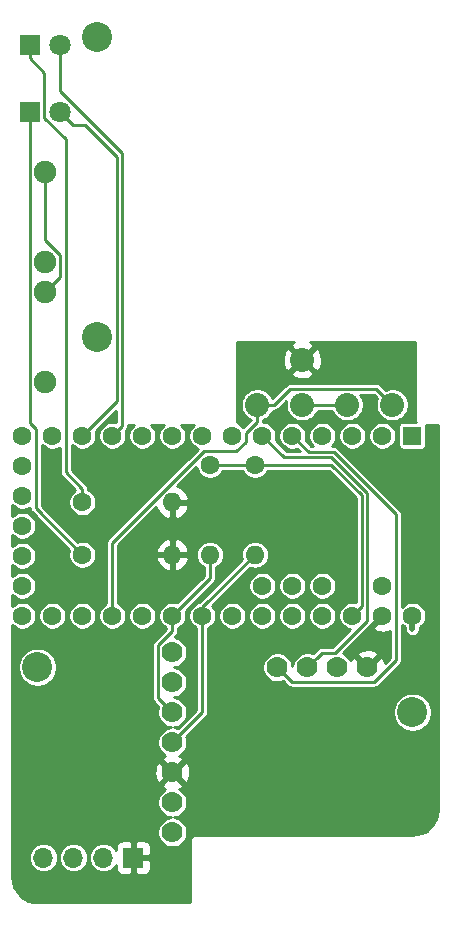
<source format=gbr>
G04 #@! TF.GenerationSoftware,KiCad,Pcbnew,(5.1.2)-2*
G04 #@! TF.CreationDate,2020-04-13T18:51:12-04:00*
G04 #@! TF.ProjectId,TeensyLC_DRV8871_MPRLS_Qwiic_v01,5465656e-7379-44c4-935f-445256383837,rev?*
G04 #@! TF.SameCoordinates,Original*
G04 #@! TF.FileFunction,Copper,L1,Top*
G04 #@! TF.FilePolarity,Positive*
%FSLAX46Y46*%
G04 Gerber Fmt 4.6, Leading zero omitted, Abs format (unit mm)*
G04 Created by KiCad (PCBNEW (5.1.2)-2) date 2020-04-13 18:51:12*
%MOMM*%
%LPD*%
G04 APERTURE LIST*
%ADD10C,1.600000*%
%ADD11R,1.600000X1.600000*%
%ADD12C,2.540000*%
%ADD13C,1.778000*%
%ADD14C,1.905000*%
%ADD15R,1.800000X1.800000*%
%ADD16C,1.800000*%
%ADD17O,1.600000X1.600000*%
%ADD18C,2.032000*%
%ADD19O,1.700000X1.700000*%
%ADD20R,1.700000X1.700000*%
%ADD21C,0.250000*%
%ADD22C,0.508000*%
%ADD23C,0.254000*%
G04 APERTURE END LIST*
D10*
X26670000Y-46430001D03*
X26670000Y-36270001D03*
X26670000Y-33730001D03*
X46990000Y-48970001D03*
X54610000Y-48970001D03*
X57150000Y-46430001D03*
X26670000Y-43890001D03*
X49530000Y-46430001D03*
X57150000Y-48970001D03*
X46990000Y-46430001D03*
X39370000Y-48970001D03*
X29210000Y-48970001D03*
X31750000Y-48970001D03*
X49530000Y-48970001D03*
X52070000Y-48970001D03*
X29210000Y-33730001D03*
X31750000Y-33730001D03*
X59690000Y-48970001D03*
X26670000Y-48970001D03*
X26670000Y-41350001D03*
X26670000Y-38810001D03*
X36830000Y-48970001D03*
X34290000Y-48970001D03*
X41910000Y-48970001D03*
X44450000Y-48970001D03*
X52070000Y-46430001D03*
X49530000Y-33730001D03*
X36830000Y-33730001D03*
X34290000Y-33730001D03*
X57150000Y-33730001D03*
X52070000Y-33730001D03*
X46990000Y-33730001D03*
X54610000Y-33730001D03*
X41910000Y-33730001D03*
D11*
X59690000Y-33730001D03*
D10*
X39370000Y-33730001D03*
X44450000Y-33730001D03*
D12*
X59690000Y-57150000D03*
X33020000Y0D03*
X33020000Y-25400000D03*
X27940000Y-53340000D03*
D13*
X48260000Y-53340000D03*
X50800000Y-53340000D03*
X53340000Y-53340000D03*
X55880000Y-53340000D03*
D14*
X28575000Y-11430000D03*
X28575000Y-19050000D03*
X28575000Y-21590000D03*
X28575000Y-29210000D03*
D15*
X27305000Y-635000D03*
D16*
X29845000Y-635000D03*
X29845000Y-6350000D03*
D15*
X27305000Y-6350000D03*
D17*
X39370000Y-39370000D03*
D10*
X31750000Y-39370000D03*
X31750000Y-43815000D03*
D17*
X39370000Y-43815000D03*
D10*
X46355000Y-36195000D03*
D17*
X46355000Y-43815000D03*
X42545000Y-43815000D03*
D10*
X42545000Y-36195000D03*
D18*
X46545500Y-31115000D03*
X50355500Y-31115000D03*
X54165500Y-31115000D03*
X57975500Y-31115000D03*
X50355500Y-27305000D03*
D13*
X39370000Y-67310000D03*
X39370000Y-64770000D03*
X39370000Y-62230000D03*
X39370000Y-59690000D03*
X39370000Y-57150000D03*
X39370000Y-54610000D03*
X39370000Y-52070000D03*
D19*
X30990000Y-69460000D03*
D20*
X36070000Y-69460000D03*
D19*
X28450000Y-69460000D03*
X33530000Y-69460000D03*
D21*
X28530001Y-3010001D02*
X27305000Y-1785000D01*
X28530001Y-6848003D02*
X28530001Y-3010001D01*
X30335001Y-8653003D02*
X28530001Y-6848003D01*
X30335001Y-36823631D02*
X30335001Y-8653003D01*
X27305000Y-1785000D02*
X27305000Y-635000D01*
X31750000Y-38238630D02*
X30335001Y-36823631D01*
X31750000Y-39370000D02*
X31750000Y-38238630D01*
X35089999Y-32930002D02*
X34290000Y-33730001D01*
X35089999Y-9781997D02*
X35089999Y-32930002D01*
X29845000Y-635000D02*
X29845000Y-4536998D01*
X29845000Y-4536998D02*
X35089999Y-9781997D01*
X34639989Y-30840012D02*
X31750000Y-33730001D01*
X34639989Y-10128989D02*
X34639989Y-30840012D01*
X31966001Y-7455001D02*
X34639989Y-10128989D01*
X29845000Y-6350000D02*
X30950001Y-7455001D01*
X30950001Y-7455001D02*
X31966001Y-7455001D01*
X27305000Y-7500000D02*
X27305000Y-6350000D01*
X27297499Y-7507501D02*
X27305000Y-7500000D01*
X27297499Y-32692498D02*
X27297499Y-7507501D01*
X27795001Y-33190000D02*
X27297499Y-32692498D01*
X27795001Y-39860001D02*
X27795001Y-33190000D01*
X31750000Y-43815000D02*
X27795001Y-39860001D01*
X56350001Y-49770000D02*
X56350001Y-50762001D01*
X57150000Y-48970001D02*
X56350001Y-49770000D01*
X42545000Y-36195000D02*
X46355000Y-36195000D01*
X55409999Y-38772999D02*
X55409999Y-48170002D01*
X52832000Y-36195000D02*
X55409999Y-38772999D01*
X46355000Y-36195000D02*
X52832000Y-36195000D01*
X29527499Y-20637501D02*
X28575000Y-21590000D01*
X29852501Y-20312499D02*
X29527499Y-20637501D01*
X29852501Y-18436799D02*
X29852501Y-20312499D01*
X28575000Y-17159298D02*
X29852501Y-18436799D01*
X28575000Y-11430000D02*
X28575000Y-17159298D01*
X50355500Y-31115000D02*
X54165500Y-31115000D01*
X55409999Y-48170002D02*
X54610000Y-48970001D01*
X41910000Y-48260000D02*
X41910000Y-48970001D01*
X46355000Y-43815000D02*
X41910000Y-48260000D01*
X41910000Y-57150000D02*
X39370000Y-59690000D01*
X41910000Y-48970001D02*
X41910000Y-57150000D01*
X42545000Y-45795001D02*
X39370000Y-48970001D01*
X42545000Y-43815000D02*
X42545000Y-45795001D01*
X38481001Y-56261001D02*
X39370000Y-57150000D01*
X38155999Y-55935999D02*
X38481001Y-56261001D01*
X38155999Y-51487279D02*
X38155999Y-55935999D01*
X39370000Y-50273278D02*
X38155999Y-51487279D01*
X39370000Y-48970001D02*
X39370000Y-50273278D01*
X34290000Y-42784998D02*
X34290000Y-47838631D01*
X45575001Y-34270002D02*
X44775004Y-35069999D01*
X34290000Y-47838631D02*
X34290000Y-48970001D01*
X44775004Y-35069999D02*
X42004999Y-35069999D01*
X45575001Y-33522339D02*
X45575001Y-34270002D01*
X46545500Y-32551840D02*
X45575001Y-33522339D01*
X42004999Y-35069999D02*
X34290000Y-42784998D01*
X46545500Y-31115000D02*
X46545500Y-32551840D01*
X56959501Y-30099001D02*
X57975500Y-31115000D01*
X56634499Y-29773999D02*
X56959501Y-30099001D01*
X49323341Y-29773999D02*
X56634499Y-29773999D01*
X47982340Y-31115000D02*
X49323341Y-29773999D01*
X46545500Y-31115000D02*
X47982340Y-31115000D01*
D22*
X59690000Y-50101371D02*
X59690000Y-48970001D01*
D21*
X49148999Y-54228999D02*
X48260000Y-53340000D01*
X49474001Y-54554001D02*
X49148999Y-54228999D01*
X56462721Y-54554001D02*
X49474001Y-54554001D01*
X58275001Y-52741721D02*
X56462721Y-54554001D01*
X58275001Y-40365181D02*
X58275001Y-52741721D01*
X50909990Y-35109991D02*
X53019810Y-35109990D01*
X53019810Y-35109990D02*
X58275001Y-40365181D01*
X49530000Y-33730001D02*
X50909990Y-35109991D01*
X52014001Y-52125999D02*
X51688999Y-52451001D01*
X55860008Y-49384995D02*
X53119004Y-52125999D01*
X51688999Y-52451001D02*
X50800000Y-53340000D01*
X55860008Y-38586598D02*
X55860008Y-49384995D01*
X53119004Y-52125999D02*
X52014001Y-52125999D01*
X52833410Y-35560000D02*
X55860008Y-38586598D01*
X48819999Y-35560000D02*
X52833410Y-35560000D01*
X46990000Y-33730001D02*
X48819999Y-35560000D01*
D23*
G36*
X49485978Y-25892140D02*
G01*
X49388282Y-26158177D01*
X50355500Y-27125395D01*
X51322718Y-26158177D01*
X51225022Y-25892140D01*
X51048288Y-25806000D01*
X59919001Y-25806000D01*
X59919000Y-32365059D01*
X59917036Y-32385000D01*
X59924875Y-32464590D01*
X59948090Y-32541121D01*
X59951317Y-32547158D01*
X58890000Y-32547158D01*
X58815311Y-32554514D01*
X58743492Y-32576300D01*
X58677304Y-32611679D01*
X58619289Y-32659290D01*
X58571678Y-32717305D01*
X58536299Y-32783493D01*
X58514513Y-32855312D01*
X58507157Y-32930001D01*
X58507157Y-34530001D01*
X58514513Y-34604690D01*
X58536299Y-34676509D01*
X58571678Y-34742697D01*
X58619289Y-34800712D01*
X58677304Y-34848323D01*
X58743492Y-34883702D01*
X58815311Y-34905488D01*
X58890000Y-34912844D01*
X60490000Y-34912844D01*
X60564689Y-34905488D01*
X60636508Y-34883702D01*
X60702696Y-34848323D01*
X60760711Y-34800712D01*
X60808322Y-34742697D01*
X60843701Y-34676509D01*
X60865487Y-34604690D01*
X60872843Y-34530001D01*
X60872843Y-32930001D01*
X60865487Y-32855312D01*
X60845978Y-32791000D01*
X61824000Y-32791000D01*
X61824001Y-65385136D01*
X61781449Y-65819115D01*
X61661181Y-66217464D01*
X61465831Y-66584862D01*
X61202845Y-66907315D01*
X60882226Y-67172554D01*
X60516204Y-67370461D01*
X60118708Y-67493506D01*
X59685863Y-67539000D01*
X41294941Y-67539000D01*
X41275000Y-67537036D01*
X41255060Y-67539000D01*
X41255059Y-67539000D01*
X41195410Y-67544875D01*
X41118879Y-67568090D01*
X41048347Y-67605790D01*
X40986526Y-67656526D01*
X40935790Y-67718347D01*
X40898090Y-67788879D01*
X40874875Y-67865410D01*
X40867036Y-67945000D01*
X40869001Y-67964951D01*
X40869000Y-73254000D01*
X27959854Y-73254000D01*
X27525885Y-73211449D01*
X27127536Y-73091181D01*
X26760138Y-72895831D01*
X26437685Y-72632845D01*
X26172446Y-72312226D01*
X25974539Y-71946204D01*
X25851494Y-71548708D01*
X25806000Y-71115863D01*
X25806000Y-69460000D01*
X27213044Y-69460000D01*
X27236812Y-69701318D01*
X27307202Y-69933363D01*
X27421509Y-70147216D01*
X27575340Y-70334660D01*
X27762784Y-70488491D01*
X27976637Y-70602798D01*
X28208682Y-70673188D01*
X28389528Y-70691000D01*
X28510472Y-70691000D01*
X28691318Y-70673188D01*
X28923363Y-70602798D01*
X29137216Y-70488491D01*
X29324660Y-70334660D01*
X29478491Y-70147216D01*
X29592798Y-69933363D01*
X29663188Y-69701318D01*
X29686956Y-69460000D01*
X29753044Y-69460000D01*
X29776812Y-69701318D01*
X29847202Y-69933363D01*
X29961509Y-70147216D01*
X30115340Y-70334660D01*
X30302784Y-70488491D01*
X30516637Y-70602798D01*
X30748682Y-70673188D01*
X30929528Y-70691000D01*
X31050472Y-70691000D01*
X31231318Y-70673188D01*
X31463363Y-70602798D01*
X31677216Y-70488491D01*
X31864660Y-70334660D01*
X32018491Y-70147216D01*
X32132798Y-69933363D01*
X32203188Y-69701318D01*
X32226956Y-69460000D01*
X32293044Y-69460000D01*
X32316812Y-69701318D01*
X32387202Y-69933363D01*
X32501509Y-70147216D01*
X32655340Y-70334660D01*
X32842784Y-70488491D01*
X33056637Y-70602798D01*
X33288682Y-70673188D01*
X33469528Y-70691000D01*
X33590472Y-70691000D01*
X33771318Y-70673188D01*
X34003363Y-70602798D01*
X34217216Y-70488491D01*
X34404660Y-70334660D01*
X34558491Y-70147216D01*
X34583065Y-70101242D01*
X34581928Y-70310000D01*
X34594188Y-70434482D01*
X34630498Y-70554180D01*
X34689463Y-70664494D01*
X34768815Y-70761185D01*
X34865506Y-70840537D01*
X34975820Y-70899502D01*
X35095518Y-70935812D01*
X35220000Y-70948072D01*
X35784250Y-70945000D01*
X35943000Y-70786250D01*
X35943000Y-69587000D01*
X36197000Y-69587000D01*
X36197000Y-70786250D01*
X36355750Y-70945000D01*
X36920000Y-70948072D01*
X37044482Y-70935812D01*
X37164180Y-70899502D01*
X37274494Y-70840537D01*
X37371185Y-70761185D01*
X37450537Y-70664494D01*
X37509502Y-70554180D01*
X37545812Y-70434482D01*
X37558072Y-70310000D01*
X37555000Y-69745750D01*
X37396250Y-69587000D01*
X36197000Y-69587000D01*
X35943000Y-69587000D01*
X35923000Y-69587000D01*
X35923000Y-69333000D01*
X35943000Y-69333000D01*
X35943000Y-68133750D01*
X36197000Y-68133750D01*
X36197000Y-69333000D01*
X37396250Y-69333000D01*
X37555000Y-69174250D01*
X37558072Y-68610000D01*
X37545812Y-68485518D01*
X37509502Y-68365820D01*
X37450537Y-68255506D01*
X37371185Y-68158815D01*
X37274494Y-68079463D01*
X37164180Y-68020498D01*
X37044482Y-67984188D01*
X36920000Y-67971928D01*
X36355750Y-67975000D01*
X36197000Y-68133750D01*
X35943000Y-68133750D01*
X35784250Y-67975000D01*
X35220000Y-67971928D01*
X35095518Y-67984188D01*
X34975820Y-68020498D01*
X34865506Y-68079463D01*
X34768815Y-68158815D01*
X34689463Y-68255506D01*
X34630498Y-68365820D01*
X34594188Y-68485518D01*
X34581928Y-68610000D01*
X34583065Y-68818758D01*
X34558491Y-68772784D01*
X34404660Y-68585340D01*
X34217216Y-68431509D01*
X34003363Y-68317202D01*
X33771318Y-68246812D01*
X33590472Y-68229000D01*
X33469528Y-68229000D01*
X33288682Y-68246812D01*
X33056637Y-68317202D01*
X32842784Y-68431509D01*
X32655340Y-68585340D01*
X32501509Y-68772784D01*
X32387202Y-68986637D01*
X32316812Y-69218682D01*
X32293044Y-69460000D01*
X32226956Y-69460000D01*
X32203188Y-69218682D01*
X32132798Y-68986637D01*
X32018491Y-68772784D01*
X31864660Y-68585340D01*
X31677216Y-68431509D01*
X31463363Y-68317202D01*
X31231318Y-68246812D01*
X31050472Y-68229000D01*
X30929528Y-68229000D01*
X30748682Y-68246812D01*
X30516637Y-68317202D01*
X30302784Y-68431509D01*
X30115340Y-68585340D01*
X29961509Y-68772784D01*
X29847202Y-68986637D01*
X29776812Y-69218682D01*
X29753044Y-69460000D01*
X29686956Y-69460000D01*
X29663188Y-69218682D01*
X29592798Y-68986637D01*
X29478491Y-68772784D01*
X29324660Y-68585340D01*
X29137216Y-68431509D01*
X28923363Y-68317202D01*
X28691318Y-68246812D01*
X28510472Y-68229000D01*
X28389528Y-68229000D01*
X28208682Y-68246812D01*
X27976637Y-68317202D01*
X27762784Y-68431509D01*
X27575340Y-68585340D01*
X27421509Y-68772784D01*
X27307202Y-68986637D01*
X27236812Y-69218682D01*
X27213044Y-69460000D01*
X25806000Y-69460000D01*
X25806000Y-64644916D01*
X38100000Y-64644916D01*
X38100000Y-64895084D01*
X38148805Y-65140445D01*
X38244541Y-65371571D01*
X38383527Y-65579578D01*
X38560422Y-65756473D01*
X38768429Y-65895459D01*
X38999555Y-65991195D01*
X39244916Y-66040000D01*
X38999555Y-66088805D01*
X38768429Y-66184541D01*
X38560422Y-66323527D01*
X38383527Y-66500422D01*
X38244541Y-66708429D01*
X38148805Y-66939555D01*
X38100000Y-67184916D01*
X38100000Y-67435084D01*
X38148805Y-67680445D01*
X38244541Y-67911571D01*
X38383527Y-68119578D01*
X38560422Y-68296473D01*
X38768429Y-68435459D01*
X38999555Y-68531195D01*
X39244916Y-68580000D01*
X39495084Y-68580000D01*
X39740445Y-68531195D01*
X39971571Y-68435459D01*
X40179578Y-68296473D01*
X40356473Y-68119578D01*
X40495459Y-67911571D01*
X40591195Y-67680445D01*
X40640000Y-67435084D01*
X40640000Y-67184916D01*
X40591195Y-66939555D01*
X40495459Y-66708429D01*
X40356473Y-66500422D01*
X40179578Y-66323527D01*
X39971571Y-66184541D01*
X39740445Y-66088805D01*
X39495084Y-66040000D01*
X39740445Y-65991195D01*
X39971571Y-65895459D01*
X40179578Y-65756473D01*
X40356473Y-65579578D01*
X40495459Y-65371571D01*
X40591195Y-65140445D01*
X40640000Y-64895084D01*
X40640000Y-64644916D01*
X40591195Y-64399555D01*
X40495459Y-64168429D01*
X40356473Y-63960422D01*
X40179578Y-63783527D01*
X39971571Y-63644541D01*
X39957712Y-63638800D01*
X40017359Y-63617816D01*
X40164273Y-63539289D01*
X40246626Y-63286231D01*
X39370000Y-62409605D01*
X38493374Y-63286231D01*
X38575727Y-63539289D01*
X38782808Y-63638585D01*
X38768429Y-63644541D01*
X38560422Y-63783527D01*
X38383527Y-63960422D01*
X38244541Y-64168429D01*
X38148805Y-64399555D01*
X38100000Y-64644916D01*
X25806000Y-64644916D01*
X25806000Y-62296988D01*
X37840092Y-62296988D01*
X37882557Y-62594171D01*
X37982184Y-62877359D01*
X38060711Y-63024273D01*
X38313769Y-63106626D01*
X39190395Y-62230000D01*
X39549605Y-62230000D01*
X40426231Y-63106626D01*
X40679289Y-63024273D01*
X40809086Y-62753582D01*
X40883580Y-62462770D01*
X40899908Y-62163012D01*
X40857443Y-61865829D01*
X40757816Y-61582641D01*
X40679289Y-61435727D01*
X40426231Y-61353374D01*
X39549605Y-62230000D01*
X39190395Y-62230000D01*
X38313769Y-61353374D01*
X38060711Y-61435727D01*
X37930914Y-61706418D01*
X37856420Y-61997230D01*
X37840092Y-62296988D01*
X25806000Y-62296988D01*
X25806000Y-53177391D01*
X26289000Y-53177391D01*
X26289000Y-53502609D01*
X26352447Y-53821579D01*
X26476903Y-54122042D01*
X26657585Y-54392451D01*
X26887549Y-54622415D01*
X27157958Y-54803097D01*
X27458421Y-54927553D01*
X27777391Y-54991000D01*
X28102609Y-54991000D01*
X28421579Y-54927553D01*
X28722042Y-54803097D01*
X28992451Y-54622415D01*
X29222415Y-54392451D01*
X29403097Y-54122042D01*
X29527553Y-53821579D01*
X29591000Y-53502609D01*
X29591000Y-53177391D01*
X29527553Y-52858421D01*
X29403097Y-52557958D01*
X29222415Y-52287549D01*
X28992451Y-52057585D01*
X28722042Y-51876903D01*
X28421579Y-51752447D01*
X28102609Y-51689000D01*
X27777391Y-51689000D01*
X27458421Y-51752447D01*
X27157958Y-51876903D01*
X26887549Y-52057585D01*
X26657585Y-52287549D01*
X26476903Y-52557958D01*
X26352447Y-52858421D01*
X26289000Y-53177391D01*
X25806000Y-53177391D01*
X25806000Y-51487279D01*
X37647552Y-51487279D01*
X37649999Y-51512125D01*
X37650000Y-55911143D01*
X37647552Y-55935999D01*
X37657321Y-56035191D01*
X37686254Y-56130573D01*
X37703869Y-56163527D01*
X37733241Y-56218478D01*
X37796473Y-56295526D01*
X37815780Y-56311371D01*
X38188392Y-56683983D01*
X38148805Y-56779555D01*
X38100000Y-57024916D01*
X38100000Y-57275084D01*
X38148805Y-57520445D01*
X38244541Y-57751571D01*
X38383527Y-57959578D01*
X38560422Y-58136473D01*
X38768429Y-58275459D01*
X38999555Y-58371195D01*
X39244916Y-58420000D01*
X38999555Y-58468805D01*
X38768429Y-58564541D01*
X38560422Y-58703527D01*
X38383527Y-58880422D01*
X38244541Y-59088429D01*
X38148805Y-59319555D01*
X38100000Y-59564916D01*
X38100000Y-59815084D01*
X38148805Y-60060445D01*
X38244541Y-60291571D01*
X38383527Y-60499578D01*
X38560422Y-60676473D01*
X38768429Y-60815459D01*
X38782288Y-60821200D01*
X38722641Y-60842184D01*
X38575727Y-60920711D01*
X38493374Y-61173769D01*
X39370000Y-62050395D01*
X40246626Y-61173769D01*
X40164273Y-60920711D01*
X39957192Y-60821415D01*
X39971571Y-60815459D01*
X40179578Y-60676473D01*
X40356473Y-60499578D01*
X40495459Y-60291571D01*
X40591195Y-60060445D01*
X40640000Y-59815084D01*
X40640000Y-59564916D01*
X40591195Y-59319555D01*
X40551608Y-59223984D01*
X42250222Y-57525370D01*
X42269527Y-57509527D01*
X42332759Y-57432479D01*
X42379745Y-57344575D01*
X42408678Y-57249193D01*
X42416000Y-57174854D01*
X42416000Y-57174847D01*
X42418447Y-57150001D01*
X42416000Y-57125155D01*
X42416000Y-56987391D01*
X58039000Y-56987391D01*
X58039000Y-57312609D01*
X58102447Y-57631579D01*
X58226903Y-57932042D01*
X58407585Y-58202451D01*
X58637549Y-58432415D01*
X58907958Y-58613097D01*
X59208421Y-58737553D01*
X59527391Y-58801000D01*
X59852609Y-58801000D01*
X60171579Y-58737553D01*
X60472042Y-58613097D01*
X60742451Y-58432415D01*
X60972415Y-58202451D01*
X61153097Y-57932042D01*
X61277553Y-57631579D01*
X61341000Y-57312609D01*
X61341000Y-56987391D01*
X61277553Y-56668421D01*
X61153097Y-56367958D01*
X60972415Y-56097549D01*
X60742451Y-55867585D01*
X60472042Y-55686903D01*
X60171579Y-55562447D01*
X59852609Y-55499000D01*
X59527391Y-55499000D01*
X59208421Y-55562447D01*
X58907958Y-55686903D01*
X58637549Y-55867585D01*
X58407585Y-56097549D01*
X58226903Y-56367958D01*
X58102447Y-56668421D01*
X58039000Y-56987391D01*
X42416000Y-56987391D01*
X42416000Y-50038713D01*
X42469413Y-50016589D01*
X42662843Y-49887343D01*
X42827342Y-49722844D01*
X42956588Y-49529414D01*
X43045614Y-49314486D01*
X43091000Y-49086319D01*
X43091000Y-48853683D01*
X43269000Y-48853683D01*
X43269000Y-49086319D01*
X43314386Y-49314486D01*
X43403412Y-49529414D01*
X43532658Y-49722844D01*
X43697157Y-49887343D01*
X43890587Y-50016589D01*
X44105515Y-50105615D01*
X44333682Y-50151001D01*
X44566318Y-50151001D01*
X44794485Y-50105615D01*
X45009413Y-50016589D01*
X45202843Y-49887343D01*
X45367342Y-49722844D01*
X45496588Y-49529414D01*
X45585614Y-49314486D01*
X45631000Y-49086319D01*
X45631000Y-48853683D01*
X45809000Y-48853683D01*
X45809000Y-49086319D01*
X45854386Y-49314486D01*
X45943412Y-49529414D01*
X46072658Y-49722844D01*
X46237157Y-49887343D01*
X46430587Y-50016589D01*
X46645515Y-50105615D01*
X46873682Y-50151001D01*
X47106318Y-50151001D01*
X47334485Y-50105615D01*
X47549413Y-50016589D01*
X47742843Y-49887343D01*
X47907342Y-49722844D01*
X48036588Y-49529414D01*
X48125614Y-49314486D01*
X48171000Y-49086319D01*
X48171000Y-48853683D01*
X48349000Y-48853683D01*
X48349000Y-49086319D01*
X48394386Y-49314486D01*
X48483412Y-49529414D01*
X48612658Y-49722844D01*
X48777157Y-49887343D01*
X48970587Y-50016589D01*
X49185515Y-50105615D01*
X49413682Y-50151001D01*
X49646318Y-50151001D01*
X49874485Y-50105615D01*
X50089413Y-50016589D01*
X50282843Y-49887343D01*
X50447342Y-49722844D01*
X50576588Y-49529414D01*
X50665614Y-49314486D01*
X50711000Y-49086319D01*
X50711000Y-48853683D01*
X50889000Y-48853683D01*
X50889000Y-49086319D01*
X50934386Y-49314486D01*
X51023412Y-49529414D01*
X51152658Y-49722844D01*
X51317157Y-49887343D01*
X51510587Y-50016589D01*
X51725515Y-50105615D01*
X51953682Y-50151001D01*
X52186318Y-50151001D01*
X52414485Y-50105615D01*
X52629413Y-50016589D01*
X52822843Y-49887343D01*
X52987342Y-49722844D01*
X53116588Y-49529414D01*
X53205614Y-49314486D01*
X53251000Y-49086319D01*
X53251000Y-48853683D01*
X53205614Y-48625516D01*
X53116588Y-48410588D01*
X52987342Y-48217158D01*
X52822843Y-48052659D01*
X52629413Y-47923413D01*
X52414485Y-47834387D01*
X52186318Y-47789001D01*
X51953682Y-47789001D01*
X51725515Y-47834387D01*
X51510587Y-47923413D01*
X51317157Y-48052659D01*
X51152658Y-48217158D01*
X51023412Y-48410588D01*
X50934386Y-48625516D01*
X50889000Y-48853683D01*
X50711000Y-48853683D01*
X50665614Y-48625516D01*
X50576588Y-48410588D01*
X50447342Y-48217158D01*
X50282843Y-48052659D01*
X50089413Y-47923413D01*
X49874485Y-47834387D01*
X49646318Y-47789001D01*
X49413682Y-47789001D01*
X49185515Y-47834387D01*
X48970587Y-47923413D01*
X48777157Y-48052659D01*
X48612658Y-48217158D01*
X48483412Y-48410588D01*
X48394386Y-48625516D01*
X48349000Y-48853683D01*
X48171000Y-48853683D01*
X48125614Y-48625516D01*
X48036588Y-48410588D01*
X47907342Y-48217158D01*
X47742843Y-48052659D01*
X47549413Y-47923413D01*
X47334485Y-47834387D01*
X47106318Y-47789001D01*
X46873682Y-47789001D01*
X46645515Y-47834387D01*
X46430587Y-47923413D01*
X46237157Y-48052659D01*
X46072658Y-48217158D01*
X45943412Y-48410588D01*
X45854386Y-48625516D01*
X45809000Y-48853683D01*
X45631000Y-48853683D01*
X45585614Y-48625516D01*
X45496588Y-48410588D01*
X45367342Y-48217158D01*
X45202843Y-48052659D01*
X45009413Y-47923413D01*
X44794485Y-47834387D01*
X44566318Y-47789001D01*
X44333682Y-47789001D01*
X44105515Y-47834387D01*
X43890587Y-47923413D01*
X43697157Y-48052659D01*
X43532658Y-48217158D01*
X43403412Y-48410588D01*
X43314386Y-48625516D01*
X43269000Y-48853683D01*
X43091000Y-48853683D01*
X43045614Y-48625516D01*
X42956588Y-48410588D01*
X42827342Y-48217158D01*
X42747888Y-48137704D01*
X44571909Y-46313683D01*
X45809000Y-46313683D01*
X45809000Y-46546319D01*
X45854386Y-46774486D01*
X45943412Y-46989414D01*
X46072658Y-47182844D01*
X46237157Y-47347343D01*
X46430587Y-47476589D01*
X46645515Y-47565615D01*
X46873682Y-47611001D01*
X47106318Y-47611001D01*
X47334485Y-47565615D01*
X47549413Y-47476589D01*
X47742843Y-47347343D01*
X47907342Y-47182844D01*
X48036588Y-46989414D01*
X48125614Y-46774486D01*
X48171000Y-46546319D01*
X48171000Y-46313683D01*
X48349000Y-46313683D01*
X48349000Y-46546319D01*
X48394386Y-46774486D01*
X48483412Y-46989414D01*
X48612658Y-47182844D01*
X48777157Y-47347343D01*
X48970587Y-47476589D01*
X49185515Y-47565615D01*
X49413682Y-47611001D01*
X49646318Y-47611001D01*
X49874485Y-47565615D01*
X50089413Y-47476589D01*
X50282843Y-47347343D01*
X50447342Y-47182844D01*
X50576588Y-46989414D01*
X50665614Y-46774486D01*
X50711000Y-46546319D01*
X50711000Y-46313683D01*
X50889000Y-46313683D01*
X50889000Y-46546319D01*
X50934386Y-46774486D01*
X51023412Y-46989414D01*
X51152658Y-47182844D01*
X51317157Y-47347343D01*
X51510587Y-47476589D01*
X51725515Y-47565615D01*
X51953682Y-47611001D01*
X52186318Y-47611001D01*
X52414485Y-47565615D01*
X52629413Y-47476589D01*
X52822843Y-47347343D01*
X52987342Y-47182844D01*
X53116588Y-46989414D01*
X53205614Y-46774486D01*
X53251000Y-46546319D01*
X53251000Y-46313683D01*
X53205614Y-46085516D01*
X53116588Y-45870588D01*
X52987342Y-45677158D01*
X52822843Y-45512659D01*
X52629413Y-45383413D01*
X52414485Y-45294387D01*
X52186318Y-45249001D01*
X51953682Y-45249001D01*
X51725515Y-45294387D01*
X51510587Y-45383413D01*
X51317157Y-45512659D01*
X51152658Y-45677158D01*
X51023412Y-45870588D01*
X50934386Y-46085516D01*
X50889000Y-46313683D01*
X50711000Y-46313683D01*
X50665614Y-46085516D01*
X50576588Y-45870588D01*
X50447342Y-45677158D01*
X50282843Y-45512659D01*
X50089413Y-45383413D01*
X49874485Y-45294387D01*
X49646318Y-45249001D01*
X49413682Y-45249001D01*
X49185515Y-45294387D01*
X48970587Y-45383413D01*
X48777157Y-45512659D01*
X48612658Y-45677158D01*
X48483412Y-45870588D01*
X48394386Y-46085516D01*
X48349000Y-46313683D01*
X48171000Y-46313683D01*
X48125614Y-46085516D01*
X48036588Y-45870588D01*
X47907342Y-45677158D01*
X47742843Y-45512659D01*
X47549413Y-45383413D01*
X47334485Y-45294387D01*
X47106318Y-45249001D01*
X46873682Y-45249001D01*
X46645515Y-45294387D01*
X46430587Y-45383413D01*
X46237157Y-45512659D01*
X46072658Y-45677158D01*
X45943412Y-45870588D01*
X45854386Y-46085516D01*
X45809000Y-46313683D01*
X44571909Y-46313683D01*
X45957140Y-44928452D01*
X46123484Y-44978912D01*
X46296984Y-44996000D01*
X46413016Y-44996000D01*
X46586516Y-44978912D01*
X46809136Y-44911381D01*
X47014303Y-44801717D01*
X47194134Y-44654134D01*
X47341717Y-44474303D01*
X47451381Y-44269136D01*
X47518912Y-44046516D01*
X47541714Y-43815000D01*
X47518912Y-43583484D01*
X47451381Y-43360864D01*
X47341717Y-43155697D01*
X47194134Y-42975866D01*
X47014303Y-42828283D01*
X46809136Y-42718619D01*
X46586516Y-42651088D01*
X46413016Y-42634000D01*
X46296984Y-42634000D01*
X46123484Y-42651088D01*
X45900864Y-42718619D01*
X45695697Y-42828283D01*
X45515866Y-42975866D01*
X45368283Y-43155697D01*
X45258619Y-43360864D01*
X45191088Y-43583484D01*
X45168286Y-43815000D01*
X45191088Y-44046516D01*
X45241548Y-44212860D01*
X41633557Y-47820852D01*
X41565515Y-47834387D01*
X41350587Y-47923413D01*
X41157157Y-48052659D01*
X40992658Y-48217158D01*
X40863412Y-48410588D01*
X40774386Y-48625516D01*
X40729000Y-48853683D01*
X40729000Y-49086319D01*
X40774386Y-49314486D01*
X40863412Y-49529414D01*
X40992658Y-49722844D01*
X41157157Y-49887343D01*
X41350587Y-50016589D01*
X41404000Y-50038713D01*
X41404001Y-56940407D01*
X39836016Y-58508392D01*
X39740445Y-58468805D01*
X39495084Y-58420000D01*
X39740445Y-58371195D01*
X39971571Y-58275459D01*
X40179578Y-58136473D01*
X40356473Y-57959578D01*
X40495459Y-57751571D01*
X40591195Y-57520445D01*
X40640000Y-57275084D01*
X40640000Y-57024916D01*
X40591195Y-56779555D01*
X40495459Y-56548429D01*
X40356473Y-56340422D01*
X40179578Y-56163527D01*
X39971571Y-56024541D01*
X39740445Y-55928805D01*
X39495084Y-55880000D01*
X39740445Y-55831195D01*
X39971571Y-55735459D01*
X40179578Y-55596473D01*
X40356473Y-55419578D01*
X40495459Y-55211571D01*
X40591195Y-54980445D01*
X40640000Y-54735084D01*
X40640000Y-54484916D01*
X40591195Y-54239555D01*
X40495459Y-54008429D01*
X40356473Y-53800422D01*
X40179578Y-53623527D01*
X39971571Y-53484541D01*
X39740445Y-53388805D01*
X39495084Y-53340000D01*
X39740445Y-53291195D01*
X39971571Y-53195459D01*
X40179578Y-53056473D01*
X40356473Y-52879578D01*
X40495459Y-52671571D01*
X40591195Y-52440445D01*
X40640000Y-52195084D01*
X40640000Y-51944916D01*
X40591195Y-51699555D01*
X40495459Y-51468429D01*
X40356473Y-51260422D01*
X40179578Y-51083527D01*
X39971571Y-50944541D01*
X39740445Y-50848805D01*
X39548287Y-50810583D01*
X39710220Y-50648650D01*
X39729527Y-50632805D01*
X39792759Y-50555757D01*
X39839745Y-50467853D01*
X39868678Y-50372471D01*
X39876000Y-50298132D01*
X39878448Y-50273278D01*
X39876000Y-50248424D01*
X39876000Y-50038713D01*
X39929413Y-50016589D01*
X40122843Y-49887343D01*
X40287342Y-49722844D01*
X40416588Y-49529414D01*
X40505614Y-49314486D01*
X40551000Y-49086319D01*
X40551000Y-48853683D01*
X40505614Y-48625516D01*
X40483490Y-48572103D01*
X42885220Y-46170373D01*
X42904527Y-46154528D01*
X42967759Y-46077480D01*
X43014745Y-45989576D01*
X43043678Y-45894194D01*
X43051000Y-45819855D01*
X43051000Y-45819848D01*
X43053447Y-45795002D01*
X43051000Y-45770156D01*
X43051000Y-44883659D01*
X43204303Y-44801717D01*
X43384134Y-44654134D01*
X43531717Y-44474303D01*
X43641381Y-44269136D01*
X43708912Y-44046516D01*
X43731714Y-43815000D01*
X43708912Y-43583484D01*
X43641381Y-43360864D01*
X43531717Y-43155697D01*
X43384134Y-42975866D01*
X43204303Y-42828283D01*
X42999136Y-42718619D01*
X42776516Y-42651088D01*
X42603016Y-42634000D01*
X42486984Y-42634000D01*
X42313484Y-42651088D01*
X42090864Y-42718619D01*
X41885697Y-42828283D01*
X41705866Y-42975866D01*
X41558283Y-43155697D01*
X41448619Y-43360864D01*
X41381088Y-43583484D01*
X41358286Y-43815000D01*
X41381088Y-44046516D01*
X41448619Y-44269136D01*
X41558283Y-44474303D01*
X41705866Y-44654134D01*
X41885697Y-44801717D01*
X42039001Y-44883659D01*
X42039001Y-45585408D01*
X39767898Y-47856511D01*
X39714485Y-47834387D01*
X39486318Y-47789001D01*
X39253682Y-47789001D01*
X39025515Y-47834387D01*
X38810587Y-47923413D01*
X38617157Y-48052659D01*
X38452658Y-48217158D01*
X38323412Y-48410588D01*
X38234386Y-48625516D01*
X38189000Y-48853683D01*
X38189000Y-49086319D01*
X38234386Y-49314486D01*
X38323412Y-49529414D01*
X38452658Y-49722844D01*
X38617157Y-49887343D01*
X38810587Y-50016589D01*
X38864001Y-50038714D01*
X38864001Y-50063685D01*
X37815784Y-51111903D01*
X37796472Y-51127752D01*
X37733240Y-51204800D01*
X37686254Y-51292705D01*
X37657321Y-51388087D01*
X37649999Y-51462426D01*
X37649999Y-51462433D01*
X37647552Y-51487279D01*
X25806000Y-51487279D01*
X25806000Y-49776186D01*
X25917157Y-49887343D01*
X26110587Y-50016589D01*
X26325515Y-50105615D01*
X26553682Y-50151001D01*
X26786318Y-50151001D01*
X27014485Y-50105615D01*
X27229413Y-50016589D01*
X27422843Y-49887343D01*
X27587342Y-49722844D01*
X27716588Y-49529414D01*
X27805614Y-49314486D01*
X27851000Y-49086319D01*
X27851000Y-48853683D01*
X28029000Y-48853683D01*
X28029000Y-49086319D01*
X28074386Y-49314486D01*
X28163412Y-49529414D01*
X28292658Y-49722844D01*
X28457157Y-49887343D01*
X28650587Y-50016589D01*
X28865515Y-50105615D01*
X29093682Y-50151001D01*
X29326318Y-50151001D01*
X29554485Y-50105615D01*
X29769413Y-50016589D01*
X29962843Y-49887343D01*
X30127342Y-49722844D01*
X30256588Y-49529414D01*
X30345614Y-49314486D01*
X30391000Y-49086319D01*
X30391000Y-48853683D01*
X30569000Y-48853683D01*
X30569000Y-49086319D01*
X30614386Y-49314486D01*
X30703412Y-49529414D01*
X30832658Y-49722844D01*
X30997157Y-49887343D01*
X31190587Y-50016589D01*
X31405515Y-50105615D01*
X31633682Y-50151001D01*
X31866318Y-50151001D01*
X32094485Y-50105615D01*
X32309413Y-50016589D01*
X32502843Y-49887343D01*
X32667342Y-49722844D01*
X32796588Y-49529414D01*
X32885614Y-49314486D01*
X32931000Y-49086319D01*
X32931000Y-48853683D01*
X32885614Y-48625516D01*
X32796588Y-48410588D01*
X32667342Y-48217158D01*
X32502843Y-48052659D01*
X32309413Y-47923413D01*
X32094485Y-47834387D01*
X31866318Y-47789001D01*
X31633682Y-47789001D01*
X31405515Y-47834387D01*
X31190587Y-47923413D01*
X30997157Y-48052659D01*
X30832658Y-48217158D01*
X30703412Y-48410588D01*
X30614386Y-48625516D01*
X30569000Y-48853683D01*
X30391000Y-48853683D01*
X30345614Y-48625516D01*
X30256588Y-48410588D01*
X30127342Y-48217158D01*
X29962843Y-48052659D01*
X29769413Y-47923413D01*
X29554485Y-47834387D01*
X29326318Y-47789001D01*
X29093682Y-47789001D01*
X28865515Y-47834387D01*
X28650587Y-47923413D01*
X28457157Y-48052659D01*
X28292658Y-48217158D01*
X28163412Y-48410588D01*
X28074386Y-48625516D01*
X28029000Y-48853683D01*
X27851000Y-48853683D01*
X27805614Y-48625516D01*
X27716588Y-48410588D01*
X27587342Y-48217158D01*
X27422843Y-48052659D01*
X27229413Y-47923413D01*
X27014485Y-47834387D01*
X26786318Y-47789001D01*
X26553682Y-47789001D01*
X26325515Y-47834387D01*
X26110587Y-47923413D01*
X25917157Y-48052659D01*
X25806000Y-48163816D01*
X25806000Y-47236186D01*
X25917157Y-47347343D01*
X26110587Y-47476589D01*
X26325515Y-47565615D01*
X26553682Y-47611001D01*
X26786318Y-47611001D01*
X27014485Y-47565615D01*
X27229413Y-47476589D01*
X27422843Y-47347343D01*
X27587342Y-47182844D01*
X27716588Y-46989414D01*
X27805614Y-46774486D01*
X27851000Y-46546319D01*
X27851000Y-46313683D01*
X27805614Y-46085516D01*
X27716588Y-45870588D01*
X27587342Y-45677158D01*
X27422843Y-45512659D01*
X27229413Y-45383413D01*
X27014485Y-45294387D01*
X26786318Y-45249001D01*
X26553682Y-45249001D01*
X26325515Y-45294387D01*
X26110587Y-45383413D01*
X25917157Y-45512659D01*
X25806000Y-45623816D01*
X25806000Y-44696186D01*
X25917157Y-44807343D01*
X26110587Y-44936589D01*
X26325515Y-45025615D01*
X26553682Y-45071001D01*
X26786318Y-45071001D01*
X27014485Y-45025615D01*
X27229413Y-44936589D01*
X27422843Y-44807343D01*
X27587342Y-44642844D01*
X27716588Y-44449414D01*
X27805614Y-44234486D01*
X27851000Y-44006319D01*
X27851000Y-43773683D01*
X27805614Y-43545516D01*
X27716588Y-43330588D01*
X27587342Y-43137158D01*
X27422843Y-42972659D01*
X27229413Y-42843413D01*
X27014485Y-42754387D01*
X26786318Y-42709001D01*
X26553682Y-42709001D01*
X26325515Y-42754387D01*
X26110587Y-42843413D01*
X25917157Y-42972659D01*
X25806000Y-43083816D01*
X25806000Y-42156186D01*
X25917157Y-42267343D01*
X26110587Y-42396589D01*
X26325515Y-42485615D01*
X26553682Y-42531001D01*
X26786318Y-42531001D01*
X27014485Y-42485615D01*
X27229413Y-42396589D01*
X27422843Y-42267343D01*
X27587342Y-42102844D01*
X27716588Y-41909414D01*
X27805614Y-41694486D01*
X27851000Y-41466319D01*
X27851000Y-41233683D01*
X27805614Y-41005516D01*
X27716588Y-40790588D01*
X27587342Y-40597158D01*
X27422843Y-40432659D01*
X27229413Y-40303413D01*
X27014485Y-40214387D01*
X26786318Y-40169001D01*
X26553682Y-40169001D01*
X26325515Y-40214387D01*
X26110587Y-40303413D01*
X25917157Y-40432659D01*
X25806000Y-40543816D01*
X25806000Y-39616186D01*
X25917157Y-39727343D01*
X26110587Y-39856589D01*
X26325515Y-39945615D01*
X26553682Y-39991001D01*
X26786318Y-39991001D01*
X27014485Y-39945615D01*
X27229413Y-39856589D01*
X27289001Y-39816774D01*
X27289001Y-39835155D01*
X27286554Y-39860001D01*
X27289001Y-39884847D01*
X27289001Y-39884854D01*
X27296323Y-39959193D01*
X27325256Y-40054575D01*
X27372242Y-40142480D01*
X27435474Y-40219528D01*
X27454786Y-40235377D01*
X30636510Y-43417102D01*
X30614386Y-43470515D01*
X30569000Y-43698682D01*
X30569000Y-43931318D01*
X30614386Y-44159485D01*
X30703412Y-44374413D01*
X30832658Y-44567843D01*
X30997157Y-44732342D01*
X31190587Y-44861588D01*
X31405515Y-44950614D01*
X31633682Y-44996000D01*
X31866318Y-44996000D01*
X32094485Y-44950614D01*
X32309413Y-44861588D01*
X32502843Y-44732342D01*
X32667342Y-44567843D01*
X32796588Y-44374413D01*
X32885614Y-44159485D01*
X32931000Y-43931318D01*
X32931000Y-43698682D01*
X32885614Y-43470515D01*
X32796588Y-43255587D01*
X32667342Y-43062157D01*
X32502843Y-42897658D01*
X32309413Y-42768412D01*
X32094485Y-42679386D01*
X31866318Y-42634000D01*
X31633682Y-42634000D01*
X31405515Y-42679386D01*
X31352102Y-42701510D01*
X28301001Y-39650410D01*
X28301001Y-34491187D01*
X28457157Y-34647343D01*
X28650587Y-34776589D01*
X28865515Y-34865615D01*
X29093682Y-34911001D01*
X29326318Y-34911001D01*
X29554485Y-34865615D01*
X29769413Y-34776589D01*
X29829001Y-34736773D01*
X29829001Y-36798785D01*
X29826554Y-36823631D01*
X29829001Y-36848477D01*
X29829001Y-36848484D01*
X29836323Y-36922823D01*
X29865256Y-37018205D01*
X29912242Y-37106110D01*
X29975474Y-37183158D01*
X29994786Y-37199007D01*
X31147788Y-38352010D01*
X30997157Y-38452658D01*
X30832658Y-38617157D01*
X30703412Y-38810587D01*
X30614386Y-39025515D01*
X30569000Y-39253682D01*
X30569000Y-39486318D01*
X30614386Y-39714485D01*
X30703412Y-39929413D01*
X30832658Y-40122843D01*
X30997157Y-40287342D01*
X31190587Y-40416588D01*
X31405515Y-40505614D01*
X31633682Y-40551000D01*
X31866318Y-40551000D01*
X32094485Y-40505614D01*
X32309413Y-40416588D01*
X32502843Y-40287342D01*
X32667342Y-40122843D01*
X32796588Y-39929413D01*
X32885614Y-39714485D01*
X32931000Y-39486318D01*
X32931000Y-39253682D01*
X32885614Y-39025515D01*
X32796588Y-38810587D01*
X32667342Y-38617157D01*
X32502843Y-38452658D01*
X32309413Y-38323412D01*
X32256000Y-38301288D01*
X32256000Y-38263484D01*
X32258448Y-38238630D01*
X32248678Y-38139437D01*
X32219745Y-38044055D01*
X32184486Y-37978091D01*
X32172759Y-37956151D01*
X32109527Y-37879103D01*
X32090220Y-37863258D01*
X30841001Y-36614040D01*
X30841001Y-34491187D01*
X30997157Y-34647343D01*
X31190587Y-34776589D01*
X31405515Y-34865615D01*
X31633682Y-34911001D01*
X31866318Y-34911001D01*
X32094485Y-34865615D01*
X32309413Y-34776589D01*
X32502843Y-34647343D01*
X32667342Y-34482844D01*
X32796588Y-34289414D01*
X32885614Y-34074486D01*
X32931000Y-33846319D01*
X32931000Y-33613683D01*
X32885614Y-33385516D01*
X32863490Y-33332103D01*
X34584000Y-31611593D01*
X34584000Y-32584345D01*
X34406318Y-32549001D01*
X34173682Y-32549001D01*
X33945515Y-32594387D01*
X33730587Y-32683413D01*
X33537157Y-32812659D01*
X33372658Y-32977158D01*
X33243412Y-33170588D01*
X33154386Y-33385516D01*
X33109000Y-33613683D01*
X33109000Y-33846319D01*
X33154386Y-34074486D01*
X33243412Y-34289414D01*
X33372658Y-34482844D01*
X33537157Y-34647343D01*
X33730587Y-34776589D01*
X33945515Y-34865615D01*
X34173682Y-34911001D01*
X34406318Y-34911001D01*
X34634485Y-34865615D01*
X34849413Y-34776589D01*
X35042843Y-34647343D01*
X35207342Y-34482844D01*
X35336588Y-34289414D01*
X35425614Y-34074486D01*
X35471000Y-33846319D01*
X35471000Y-33613683D01*
X35425614Y-33385516D01*
X35403490Y-33332103D01*
X35430219Y-33305374D01*
X35449526Y-33289529D01*
X35512758Y-33212481D01*
X35559744Y-33124577D01*
X35588677Y-33029195D01*
X35595999Y-32954856D01*
X35595999Y-32954849D01*
X35598446Y-32930003D01*
X35595999Y-32905157D01*
X35595999Y-32791000D01*
X36109572Y-32791000D01*
X36077157Y-32812659D01*
X35912658Y-32977158D01*
X35783412Y-33170588D01*
X35694386Y-33385516D01*
X35649000Y-33613683D01*
X35649000Y-33846319D01*
X35694386Y-34074486D01*
X35783412Y-34289414D01*
X35912658Y-34482844D01*
X36077157Y-34647343D01*
X36270587Y-34776589D01*
X36485515Y-34865615D01*
X36713682Y-34911001D01*
X36946318Y-34911001D01*
X37174485Y-34865615D01*
X37389413Y-34776589D01*
X37582843Y-34647343D01*
X37747342Y-34482844D01*
X37876588Y-34289414D01*
X37965614Y-34074486D01*
X38011000Y-33846319D01*
X38011000Y-33613683D01*
X37965614Y-33385516D01*
X37876588Y-33170588D01*
X37747342Y-32977158D01*
X37582843Y-32812659D01*
X37550428Y-32791000D01*
X38649572Y-32791000D01*
X38617157Y-32812659D01*
X38452658Y-32977158D01*
X38323412Y-33170588D01*
X38234386Y-33385516D01*
X38189000Y-33613683D01*
X38189000Y-33846319D01*
X38234386Y-34074486D01*
X38323412Y-34289414D01*
X38452658Y-34482844D01*
X38617157Y-34647343D01*
X38810587Y-34776589D01*
X39025515Y-34865615D01*
X39253682Y-34911001D01*
X39486318Y-34911001D01*
X39714485Y-34865615D01*
X39929413Y-34776589D01*
X40122843Y-34647343D01*
X40287342Y-34482844D01*
X40416588Y-34289414D01*
X40505614Y-34074486D01*
X40551000Y-33846319D01*
X40551000Y-33613683D01*
X40505614Y-33385516D01*
X40416588Y-33170588D01*
X40287342Y-32977158D01*
X40122843Y-32812659D01*
X40090428Y-32791000D01*
X41189572Y-32791000D01*
X41157157Y-32812659D01*
X40992658Y-32977158D01*
X40863412Y-33170588D01*
X40774386Y-33385516D01*
X40729000Y-33613683D01*
X40729000Y-33846319D01*
X40774386Y-34074486D01*
X40863412Y-34289414D01*
X40992658Y-34482844D01*
X41157157Y-34647343D01*
X41350587Y-34776589D01*
X41514798Y-34844608D01*
X33949785Y-42409622D01*
X33930473Y-42425471D01*
X33867241Y-42502519D01*
X33820255Y-42590424D01*
X33791322Y-42685806D01*
X33784000Y-42760145D01*
X33784000Y-42760152D01*
X33781553Y-42784998D01*
X33784000Y-42809844D01*
X33784001Y-47813768D01*
X33784000Y-47813778D01*
X33784000Y-47901289D01*
X33730587Y-47923413D01*
X33537157Y-48052659D01*
X33372658Y-48217158D01*
X33243412Y-48410588D01*
X33154386Y-48625516D01*
X33109000Y-48853683D01*
X33109000Y-49086319D01*
X33154386Y-49314486D01*
X33243412Y-49529414D01*
X33372658Y-49722844D01*
X33537157Y-49887343D01*
X33730587Y-50016589D01*
X33945515Y-50105615D01*
X34173682Y-50151001D01*
X34406318Y-50151001D01*
X34634485Y-50105615D01*
X34849413Y-50016589D01*
X35042843Y-49887343D01*
X35207342Y-49722844D01*
X35336588Y-49529414D01*
X35425614Y-49314486D01*
X35471000Y-49086319D01*
X35471000Y-48853683D01*
X35649000Y-48853683D01*
X35649000Y-49086319D01*
X35694386Y-49314486D01*
X35783412Y-49529414D01*
X35912658Y-49722844D01*
X36077157Y-49887343D01*
X36270587Y-50016589D01*
X36485515Y-50105615D01*
X36713682Y-50151001D01*
X36946318Y-50151001D01*
X37174485Y-50105615D01*
X37389413Y-50016589D01*
X37582843Y-49887343D01*
X37747342Y-49722844D01*
X37876588Y-49529414D01*
X37965614Y-49314486D01*
X38011000Y-49086319D01*
X38011000Y-48853683D01*
X37965614Y-48625516D01*
X37876588Y-48410588D01*
X37747342Y-48217158D01*
X37582843Y-48052659D01*
X37389413Y-47923413D01*
X37174485Y-47834387D01*
X36946318Y-47789001D01*
X36713682Y-47789001D01*
X36485515Y-47834387D01*
X36270587Y-47923413D01*
X36077157Y-48052659D01*
X35912658Y-48217158D01*
X35783412Y-48410588D01*
X35694386Y-48625516D01*
X35649000Y-48853683D01*
X35471000Y-48853683D01*
X35425614Y-48625516D01*
X35336588Y-48410588D01*
X35207342Y-48217158D01*
X35042843Y-48052659D01*
X34849413Y-47923413D01*
X34796000Y-47901289D01*
X34796000Y-44164039D01*
X37978096Y-44164039D01*
X38018754Y-44298087D01*
X38138963Y-44552420D01*
X38306481Y-44778414D01*
X38514869Y-44967385D01*
X38756119Y-45112070D01*
X39020960Y-45206909D01*
X39243000Y-45085624D01*
X39243000Y-43942000D01*
X39497000Y-43942000D01*
X39497000Y-45085624D01*
X39719040Y-45206909D01*
X39983881Y-45112070D01*
X40225131Y-44967385D01*
X40433519Y-44778414D01*
X40601037Y-44552420D01*
X40721246Y-44298087D01*
X40761904Y-44164039D01*
X40639915Y-43942000D01*
X39497000Y-43942000D01*
X39243000Y-43942000D01*
X38100085Y-43942000D01*
X37978096Y-44164039D01*
X34796000Y-44164039D01*
X34796000Y-43465961D01*
X37978096Y-43465961D01*
X38100085Y-43688000D01*
X39243000Y-43688000D01*
X39243000Y-42544376D01*
X39497000Y-42544376D01*
X39497000Y-43688000D01*
X40639915Y-43688000D01*
X40761904Y-43465961D01*
X40721246Y-43331913D01*
X40601037Y-43077580D01*
X40433519Y-42851586D01*
X40225131Y-42662615D01*
X39983881Y-42517930D01*
X39719040Y-42423091D01*
X39497000Y-42544376D01*
X39243000Y-42544376D01*
X39020960Y-42423091D01*
X38756119Y-42517930D01*
X38514869Y-42662615D01*
X38306481Y-42851586D01*
X38138963Y-43077580D01*
X38018754Y-43331913D01*
X37978096Y-43465961D01*
X34796000Y-43465961D01*
X34796000Y-42994589D01*
X37999845Y-39790744D01*
X38018754Y-39853087D01*
X38138963Y-40107420D01*
X38306481Y-40333414D01*
X38514869Y-40522385D01*
X38756119Y-40667070D01*
X39020960Y-40761909D01*
X39243000Y-40640624D01*
X39243000Y-39497000D01*
X39497000Y-39497000D01*
X39497000Y-40640624D01*
X39719040Y-40761909D01*
X39983881Y-40667070D01*
X40225131Y-40522385D01*
X40433519Y-40333414D01*
X40601037Y-40107420D01*
X40721246Y-39853087D01*
X40761904Y-39719039D01*
X40639915Y-39497000D01*
X39497000Y-39497000D01*
X39243000Y-39497000D01*
X39223000Y-39497000D01*
X39223000Y-39243000D01*
X39243000Y-39243000D01*
X39243000Y-39223000D01*
X39497000Y-39223000D01*
X39497000Y-39243000D01*
X40639915Y-39243000D01*
X40761904Y-39020961D01*
X40721246Y-38886913D01*
X40601037Y-38632580D01*
X40433519Y-38406586D01*
X40225131Y-38217615D01*
X39983881Y-38072930D01*
X39787856Y-38002734D01*
X41383125Y-36407465D01*
X41409386Y-36539485D01*
X41498412Y-36754413D01*
X41627658Y-36947843D01*
X41792157Y-37112342D01*
X41985587Y-37241588D01*
X42200515Y-37330614D01*
X42428682Y-37376000D01*
X42661318Y-37376000D01*
X42889485Y-37330614D01*
X43104413Y-37241588D01*
X43297843Y-37112342D01*
X43462342Y-36947843D01*
X43591588Y-36754413D01*
X43613712Y-36701000D01*
X45286288Y-36701000D01*
X45308412Y-36754413D01*
X45437658Y-36947843D01*
X45602157Y-37112342D01*
X45795587Y-37241588D01*
X46010515Y-37330614D01*
X46238682Y-37376000D01*
X46471318Y-37376000D01*
X46699485Y-37330614D01*
X46914413Y-37241588D01*
X47107843Y-37112342D01*
X47272342Y-36947843D01*
X47401588Y-36754413D01*
X47423712Y-36701000D01*
X52622409Y-36701000D01*
X54903999Y-38982591D01*
X54904000Y-47824345D01*
X54726318Y-47789001D01*
X54493682Y-47789001D01*
X54265515Y-47834387D01*
X54050587Y-47923413D01*
X53857157Y-48052659D01*
X53692658Y-48217158D01*
X53563412Y-48410588D01*
X53474386Y-48625516D01*
X53429000Y-48853683D01*
X53429000Y-49086319D01*
X53474386Y-49314486D01*
X53563412Y-49529414D01*
X53692658Y-49722844D01*
X53857157Y-49887343D01*
X54050587Y-50016589D01*
X54265515Y-50105615D01*
X54397535Y-50131876D01*
X52909413Y-51619999D01*
X52038846Y-51619999D01*
X52014000Y-51617552D01*
X51989154Y-51619999D01*
X51989147Y-51619999D01*
X51924695Y-51626347D01*
X51914807Y-51627321D01*
X51819426Y-51656254D01*
X51731522Y-51703240D01*
X51654474Y-51766472D01*
X51638625Y-51785784D01*
X51348783Y-52075626D01*
X51348777Y-52075631D01*
X51266016Y-52158392D01*
X51170445Y-52118805D01*
X50925084Y-52070000D01*
X50674916Y-52070000D01*
X50429555Y-52118805D01*
X50198429Y-52214541D01*
X49990422Y-52353527D01*
X49813527Y-52530422D01*
X49674541Y-52738429D01*
X49578805Y-52969555D01*
X49530000Y-53214916D01*
X49481195Y-52969555D01*
X49385459Y-52738429D01*
X49246473Y-52530422D01*
X49069578Y-52353527D01*
X48861571Y-52214541D01*
X48630445Y-52118805D01*
X48385084Y-52070000D01*
X48134916Y-52070000D01*
X47889555Y-52118805D01*
X47658429Y-52214541D01*
X47450422Y-52353527D01*
X47273527Y-52530422D01*
X47134541Y-52738429D01*
X47038805Y-52969555D01*
X46990000Y-53214916D01*
X46990000Y-53465084D01*
X47038805Y-53710445D01*
X47134541Y-53941571D01*
X47273527Y-54149578D01*
X47450422Y-54326473D01*
X47658429Y-54465459D01*
X47889555Y-54561195D01*
X48134916Y-54610000D01*
X48385084Y-54610000D01*
X48630445Y-54561195D01*
X48726016Y-54521608D01*
X48808777Y-54604369D01*
X48808783Y-54604374D01*
X49098625Y-54894216D01*
X49114474Y-54913528D01*
X49191522Y-54976760D01*
X49279426Y-55023746D01*
X49374807Y-55052679D01*
X49384695Y-55053653D01*
X49449147Y-55060001D01*
X49449154Y-55060001D01*
X49474000Y-55062448D01*
X49498846Y-55060001D01*
X56437875Y-55060001D01*
X56462721Y-55062448D01*
X56487567Y-55060001D01*
X56487575Y-55060001D01*
X56561914Y-55052679D01*
X56657296Y-55023746D01*
X56745200Y-54976760D01*
X56822248Y-54913528D01*
X56838097Y-54894216D01*
X58615221Y-53117093D01*
X58634528Y-53101248D01*
X58697760Y-53024200D01*
X58744746Y-52936296D01*
X58773679Y-52840914D01*
X58781001Y-52766575D01*
X58781001Y-52766567D01*
X58783448Y-52741721D01*
X58781001Y-52716875D01*
X58781001Y-49731187D01*
X58937157Y-49887343D01*
X59055000Y-49966083D01*
X59055000Y-50132562D01*
X59064188Y-50225852D01*
X59100498Y-50345550D01*
X59159463Y-50455864D01*
X59238815Y-50552556D01*
X59335506Y-50631908D01*
X59445820Y-50690873D01*
X59565518Y-50727183D01*
X59690000Y-50739443D01*
X59814481Y-50727183D01*
X59934179Y-50690873D01*
X60044493Y-50631908D01*
X60141185Y-50552556D01*
X60220537Y-50455865D01*
X60279502Y-50345551D01*
X60315812Y-50225853D01*
X60325000Y-50132563D01*
X60325000Y-49966083D01*
X60442843Y-49887343D01*
X60607342Y-49722844D01*
X60736588Y-49529414D01*
X60825614Y-49314486D01*
X60871000Y-49086319D01*
X60871000Y-48853683D01*
X60825614Y-48625516D01*
X60736588Y-48410588D01*
X60607342Y-48217158D01*
X60442843Y-48052659D01*
X60249413Y-47923413D01*
X60034485Y-47834387D01*
X59806318Y-47789001D01*
X59573682Y-47789001D01*
X59345515Y-47834387D01*
X59130587Y-47923413D01*
X58937157Y-48052659D01*
X58781001Y-48208815D01*
X58781001Y-40390026D01*
X58783448Y-40365180D01*
X58781001Y-40340334D01*
X58781001Y-40340327D01*
X58773679Y-40265988D01*
X58744746Y-40170606D01*
X58697760Y-40082702D01*
X58634528Y-40005654D01*
X58615221Y-39989809D01*
X53395180Y-34769769D01*
X53379336Y-34750463D01*
X53302288Y-34687231D01*
X53214384Y-34640245D01*
X53119002Y-34611312D01*
X53044663Y-34603990D01*
X53044656Y-34603990D01*
X53019810Y-34601543D01*
X52994963Y-34603990D01*
X52866196Y-34603990D01*
X52987342Y-34482844D01*
X53116588Y-34289414D01*
X53205614Y-34074486D01*
X53251000Y-33846319D01*
X53251000Y-33613683D01*
X53429000Y-33613683D01*
X53429000Y-33846319D01*
X53474386Y-34074486D01*
X53563412Y-34289414D01*
X53692658Y-34482844D01*
X53857157Y-34647343D01*
X54050587Y-34776589D01*
X54265515Y-34865615D01*
X54493682Y-34911001D01*
X54726318Y-34911001D01*
X54954485Y-34865615D01*
X55169413Y-34776589D01*
X55362843Y-34647343D01*
X55527342Y-34482844D01*
X55656588Y-34289414D01*
X55745614Y-34074486D01*
X55791000Y-33846319D01*
X55791000Y-33613683D01*
X55969000Y-33613683D01*
X55969000Y-33846319D01*
X56014386Y-34074486D01*
X56103412Y-34289414D01*
X56232658Y-34482844D01*
X56397157Y-34647343D01*
X56590587Y-34776589D01*
X56805515Y-34865615D01*
X57033682Y-34911001D01*
X57266318Y-34911001D01*
X57494485Y-34865615D01*
X57709413Y-34776589D01*
X57902843Y-34647343D01*
X58067342Y-34482844D01*
X58196588Y-34289414D01*
X58285614Y-34074486D01*
X58331000Y-33846319D01*
X58331000Y-33613683D01*
X58285614Y-33385516D01*
X58196588Y-33170588D01*
X58067342Y-32977158D01*
X57902843Y-32812659D01*
X57709413Y-32683413D01*
X57494485Y-32594387D01*
X57266318Y-32549001D01*
X57033682Y-32549001D01*
X56805515Y-32594387D01*
X56590587Y-32683413D01*
X56397157Y-32812659D01*
X56232658Y-32977158D01*
X56103412Y-33170588D01*
X56014386Y-33385516D01*
X55969000Y-33613683D01*
X55791000Y-33613683D01*
X55745614Y-33385516D01*
X55656588Y-33170588D01*
X55527342Y-32977158D01*
X55362843Y-32812659D01*
X55169413Y-32683413D01*
X54954485Y-32594387D01*
X54726318Y-32549001D01*
X54493682Y-32549001D01*
X54265515Y-32594387D01*
X54050587Y-32683413D01*
X53857157Y-32812659D01*
X53692658Y-32977158D01*
X53563412Y-33170588D01*
X53474386Y-33385516D01*
X53429000Y-33613683D01*
X53251000Y-33613683D01*
X53205614Y-33385516D01*
X53116588Y-33170588D01*
X52987342Y-32977158D01*
X52822843Y-32812659D01*
X52629413Y-32683413D01*
X52414485Y-32594387D01*
X52186318Y-32549001D01*
X51953682Y-32549001D01*
X51725515Y-32594387D01*
X51510587Y-32683413D01*
X51317157Y-32812659D01*
X51152658Y-32977158D01*
X51023412Y-33170588D01*
X50934386Y-33385516D01*
X50889000Y-33613683D01*
X50889000Y-33846319D01*
X50934386Y-34074486D01*
X51023412Y-34289414D01*
X51152658Y-34482844D01*
X51273806Y-34603992D01*
X51119583Y-34603992D01*
X50643490Y-34127899D01*
X50665614Y-34074486D01*
X50711000Y-33846319D01*
X50711000Y-33613683D01*
X50665614Y-33385516D01*
X50576588Y-33170588D01*
X50447342Y-32977158D01*
X50282843Y-32812659D01*
X50089413Y-32683413D01*
X49874485Y-32594387D01*
X49646318Y-32549001D01*
X49413682Y-32549001D01*
X49185515Y-32594387D01*
X48970587Y-32683413D01*
X48777157Y-32812659D01*
X48612658Y-32977158D01*
X48483412Y-33170588D01*
X48394386Y-33385516D01*
X48349000Y-33613683D01*
X48349000Y-33846319D01*
X48394386Y-34074486D01*
X48483412Y-34289414D01*
X48612658Y-34482844D01*
X48777157Y-34647343D01*
X48970587Y-34776589D01*
X49185515Y-34865615D01*
X49413682Y-34911001D01*
X49646318Y-34911001D01*
X49874485Y-34865615D01*
X49927898Y-34843491D01*
X50138407Y-35054000D01*
X49029591Y-35054000D01*
X48103490Y-34127899D01*
X48125614Y-34074486D01*
X48171000Y-33846319D01*
X48171000Y-33613683D01*
X48125614Y-33385516D01*
X48036588Y-33170588D01*
X47907342Y-32977158D01*
X47742843Y-32812659D01*
X47549413Y-32683413D01*
X47334485Y-32594387D01*
X47106318Y-32549001D01*
X47053668Y-32549001D01*
X47051500Y-32526986D01*
X47051500Y-32417510D01*
X47207227Y-32353005D01*
X47436035Y-32200120D01*
X47630620Y-32005535D01*
X47783505Y-31776727D01*
X47848010Y-31621000D01*
X47957494Y-31621000D01*
X47982340Y-31623447D01*
X48007186Y-31621000D01*
X48007194Y-31621000D01*
X48081533Y-31613678D01*
X48176915Y-31584745D01*
X48264819Y-31537759D01*
X48341867Y-31474527D01*
X48357716Y-31455215D01*
X48989035Y-30823896D01*
X48958500Y-30977408D01*
X48958500Y-31252592D01*
X49012186Y-31522490D01*
X49117495Y-31776727D01*
X49270380Y-32005535D01*
X49464965Y-32200120D01*
X49693773Y-32353005D01*
X49948010Y-32458314D01*
X50217908Y-32512000D01*
X50493092Y-32512000D01*
X50762990Y-32458314D01*
X51017227Y-32353005D01*
X51246035Y-32200120D01*
X51440620Y-32005535D01*
X51593505Y-31776727D01*
X51658010Y-31621000D01*
X52862990Y-31621000D01*
X52927495Y-31776727D01*
X53080380Y-32005535D01*
X53274965Y-32200120D01*
X53503773Y-32353005D01*
X53758010Y-32458314D01*
X54027908Y-32512000D01*
X54303092Y-32512000D01*
X54572990Y-32458314D01*
X54827227Y-32353005D01*
X55056035Y-32200120D01*
X55250620Y-32005535D01*
X55403505Y-31776727D01*
X55508814Y-31522490D01*
X55562500Y-31252592D01*
X55562500Y-30977408D01*
X55508814Y-30707510D01*
X55403505Y-30453273D01*
X55287727Y-30279999D01*
X56424908Y-30279999D01*
X56696691Y-30551782D01*
X56632186Y-30707510D01*
X56578500Y-30977408D01*
X56578500Y-31252592D01*
X56632186Y-31522490D01*
X56737495Y-31776727D01*
X56890380Y-32005535D01*
X57084965Y-32200120D01*
X57313773Y-32353005D01*
X57568010Y-32458314D01*
X57837908Y-32512000D01*
X58113092Y-32512000D01*
X58382990Y-32458314D01*
X58637227Y-32353005D01*
X58866035Y-32200120D01*
X59060620Y-32005535D01*
X59213505Y-31776727D01*
X59318814Y-31522490D01*
X59372500Y-31252592D01*
X59372500Y-30977408D01*
X59318814Y-30707510D01*
X59213505Y-30453273D01*
X59060620Y-30224465D01*
X58866035Y-30029880D01*
X58637227Y-29876995D01*
X58382990Y-29771686D01*
X58113092Y-29718000D01*
X57837908Y-29718000D01*
X57568010Y-29771686D01*
X57412282Y-29836191D01*
X57009875Y-29433784D01*
X56994026Y-29414472D01*
X56916978Y-29351240D01*
X56829074Y-29304254D01*
X56733692Y-29275321D01*
X56659353Y-29267999D01*
X56659345Y-29267999D01*
X56634499Y-29265552D01*
X56609653Y-29267999D01*
X49348195Y-29267999D01*
X49323341Y-29265551D01*
X49298487Y-29267999D01*
X49224148Y-29275321D01*
X49128766Y-29304254D01*
X49040862Y-29351240D01*
X48963814Y-29414472D01*
X48947969Y-29433779D01*
X47825966Y-30555783D01*
X47783505Y-30453273D01*
X47630620Y-30224465D01*
X47436035Y-30029880D01*
X47207227Y-29876995D01*
X46952990Y-29771686D01*
X46683092Y-29718000D01*
X46407908Y-29718000D01*
X46138010Y-29771686D01*
X45883773Y-29876995D01*
X45654965Y-30029880D01*
X45460380Y-30224465D01*
X45307495Y-30453273D01*
X45202186Y-30707510D01*
X45148500Y-30977408D01*
X45148500Y-31252592D01*
X45202186Y-31522490D01*
X45307495Y-31776727D01*
X45460380Y-32005535D01*
X45654965Y-32200120D01*
X45883773Y-32353005D01*
X45986282Y-32395466D01*
X45382262Y-32999487D01*
X45367342Y-32977158D01*
X45202843Y-32812659D01*
X45009413Y-32683413D01*
X44797722Y-32595728D01*
X44826910Y-32541121D01*
X44850125Y-32464590D01*
X44857964Y-32385000D01*
X44856000Y-32365059D01*
X44856000Y-28451823D01*
X49388282Y-28451823D01*
X49485978Y-28717860D01*
X49778321Y-28860348D01*
X50092844Y-28943064D01*
X50417462Y-28962831D01*
X50739698Y-28918888D01*
X51047170Y-28812924D01*
X51225022Y-28717860D01*
X51322718Y-28451823D01*
X50355500Y-27484605D01*
X49388282Y-28451823D01*
X44856000Y-28451823D01*
X44856000Y-27366962D01*
X48697669Y-27366962D01*
X48741612Y-27689198D01*
X48847576Y-27996670D01*
X48942640Y-28174522D01*
X49208677Y-28272218D01*
X50175895Y-27305000D01*
X50535105Y-27305000D01*
X51502323Y-28272218D01*
X51768360Y-28174522D01*
X51910848Y-27882179D01*
X51993564Y-27567656D01*
X52013331Y-27243038D01*
X51969388Y-26920802D01*
X51863424Y-26613330D01*
X51768360Y-26435478D01*
X51502323Y-26337782D01*
X50535105Y-27305000D01*
X50175895Y-27305000D01*
X49208677Y-26337782D01*
X48942640Y-26435478D01*
X48800152Y-26727821D01*
X48717436Y-27042344D01*
X48697669Y-27366962D01*
X44856000Y-27366962D01*
X44856000Y-25806000D01*
X49647134Y-25806000D01*
X49485978Y-25892140D01*
X49485978Y-25892140D01*
G37*
X49485978Y-25892140D02*
X49388282Y-26158177D01*
X50355500Y-27125395D01*
X51322718Y-26158177D01*
X51225022Y-25892140D01*
X51048288Y-25806000D01*
X59919001Y-25806000D01*
X59919000Y-32365059D01*
X59917036Y-32385000D01*
X59924875Y-32464590D01*
X59948090Y-32541121D01*
X59951317Y-32547158D01*
X58890000Y-32547158D01*
X58815311Y-32554514D01*
X58743492Y-32576300D01*
X58677304Y-32611679D01*
X58619289Y-32659290D01*
X58571678Y-32717305D01*
X58536299Y-32783493D01*
X58514513Y-32855312D01*
X58507157Y-32930001D01*
X58507157Y-34530001D01*
X58514513Y-34604690D01*
X58536299Y-34676509D01*
X58571678Y-34742697D01*
X58619289Y-34800712D01*
X58677304Y-34848323D01*
X58743492Y-34883702D01*
X58815311Y-34905488D01*
X58890000Y-34912844D01*
X60490000Y-34912844D01*
X60564689Y-34905488D01*
X60636508Y-34883702D01*
X60702696Y-34848323D01*
X60760711Y-34800712D01*
X60808322Y-34742697D01*
X60843701Y-34676509D01*
X60865487Y-34604690D01*
X60872843Y-34530001D01*
X60872843Y-32930001D01*
X60865487Y-32855312D01*
X60845978Y-32791000D01*
X61824000Y-32791000D01*
X61824001Y-65385136D01*
X61781449Y-65819115D01*
X61661181Y-66217464D01*
X61465831Y-66584862D01*
X61202845Y-66907315D01*
X60882226Y-67172554D01*
X60516204Y-67370461D01*
X60118708Y-67493506D01*
X59685863Y-67539000D01*
X41294941Y-67539000D01*
X41275000Y-67537036D01*
X41255060Y-67539000D01*
X41255059Y-67539000D01*
X41195410Y-67544875D01*
X41118879Y-67568090D01*
X41048347Y-67605790D01*
X40986526Y-67656526D01*
X40935790Y-67718347D01*
X40898090Y-67788879D01*
X40874875Y-67865410D01*
X40867036Y-67945000D01*
X40869001Y-67964951D01*
X40869000Y-73254000D01*
X27959854Y-73254000D01*
X27525885Y-73211449D01*
X27127536Y-73091181D01*
X26760138Y-72895831D01*
X26437685Y-72632845D01*
X26172446Y-72312226D01*
X25974539Y-71946204D01*
X25851494Y-71548708D01*
X25806000Y-71115863D01*
X25806000Y-69460000D01*
X27213044Y-69460000D01*
X27236812Y-69701318D01*
X27307202Y-69933363D01*
X27421509Y-70147216D01*
X27575340Y-70334660D01*
X27762784Y-70488491D01*
X27976637Y-70602798D01*
X28208682Y-70673188D01*
X28389528Y-70691000D01*
X28510472Y-70691000D01*
X28691318Y-70673188D01*
X28923363Y-70602798D01*
X29137216Y-70488491D01*
X29324660Y-70334660D01*
X29478491Y-70147216D01*
X29592798Y-69933363D01*
X29663188Y-69701318D01*
X29686956Y-69460000D01*
X29753044Y-69460000D01*
X29776812Y-69701318D01*
X29847202Y-69933363D01*
X29961509Y-70147216D01*
X30115340Y-70334660D01*
X30302784Y-70488491D01*
X30516637Y-70602798D01*
X30748682Y-70673188D01*
X30929528Y-70691000D01*
X31050472Y-70691000D01*
X31231318Y-70673188D01*
X31463363Y-70602798D01*
X31677216Y-70488491D01*
X31864660Y-70334660D01*
X32018491Y-70147216D01*
X32132798Y-69933363D01*
X32203188Y-69701318D01*
X32226956Y-69460000D01*
X32293044Y-69460000D01*
X32316812Y-69701318D01*
X32387202Y-69933363D01*
X32501509Y-70147216D01*
X32655340Y-70334660D01*
X32842784Y-70488491D01*
X33056637Y-70602798D01*
X33288682Y-70673188D01*
X33469528Y-70691000D01*
X33590472Y-70691000D01*
X33771318Y-70673188D01*
X34003363Y-70602798D01*
X34217216Y-70488491D01*
X34404660Y-70334660D01*
X34558491Y-70147216D01*
X34583065Y-70101242D01*
X34581928Y-70310000D01*
X34594188Y-70434482D01*
X34630498Y-70554180D01*
X34689463Y-70664494D01*
X34768815Y-70761185D01*
X34865506Y-70840537D01*
X34975820Y-70899502D01*
X35095518Y-70935812D01*
X35220000Y-70948072D01*
X35784250Y-70945000D01*
X35943000Y-70786250D01*
X35943000Y-69587000D01*
X36197000Y-69587000D01*
X36197000Y-70786250D01*
X36355750Y-70945000D01*
X36920000Y-70948072D01*
X37044482Y-70935812D01*
X37164180Y-70899502D01*
X37274494Y-70840537D01*
X37371185Y-70761185D01*
X37450537Y-70664494D01*
X37509502Y-70554180D01*
X37545812Y-70434482D01*
X37558072Y-70310000D01*
X37555000Y-69745750D01*
X37396250Y-69587000D01*
X36197000Y-69587000D01*
X35943000Y-69587000D01*
X35923000Y-69587000D01*
X35923000Y-69333000D01*
X35943000Y-69333000D01*
X35943000Y-68133750D01*
X36197000Y-68133750D01*
X36197000Y-69333000D01*
X37396250Y-69333000D01*
X37555000Y-69174250D01*
X37558072Y-68610000D01*
X37545812Y-68485518D01*
X37509502Y-68365820D01*
X37450537Y-68255506D01*
X37371185Y-68158815D01*
X37274494Y-68079463D01*
X37164180Y-68020498D01*
X37044482Y-67984188D01*
X36920000Y-67971928D01*
X36355750Y-67975000D01*
X36197000Y-68133750D01*
X35943000Y-68133750D01*
X35784250Y-67975000D01*
X35220000Y-67971928D01*
X35095518Y-67984188D01*
X34975820Y-68020498D01*
X34865506Y-68079463D01*
X34768815Y-68158815D01*
X34689463Y-68255506D01*
X34630498Y-68365820D01*
X34594188Y-68485518D01*
X34581928Y-68610000D01*
X34583065Y-68818758D01*
X34558491Y-68772784D01*
X34404660Y-68585340D01*
X34217216Y-68431509D01*
X34003363Y-68317202D01*
X33771318Y-68246812D01*
X33590472Y-68229000D01*
X33469528Y-68229000D01*
X33288682Y-68246812D01*
X33056637Y-68317202D01*
X32842784Y-68431509D01*
X32655340Y-68585340D01*
X32501509Y-68772784D01*
X32387202Y-68986637D01*
X32316812Y-69218682D01*
X32293044Y-69460000D01*
X32226956Y-69460000D01*
X32203188Y-69218682D01*
X32132798Y-68986637D01*
X32018491Y-68772784D01*
X31864660Y-68585340D01*
X31677216Y-68431509D01*
X31463363Y-68317202D01*
X31231318Y-68246812D01*
X31050472Y-68229000D01*
X30929528Y-68229000D01*
X30748682Y-68246812D01*
X30516637Y-68317202D01*
X30302784Y-68431509D01*
X30115340Y-68585340D01*
X29961509Y-68772784D01*
X29847202Y-68986637D01*
X29776812Y-69218682D01*
X29753044Y-69460000D01*
X29686956Y-69460000D01*
X29663188Y-69218682D01*
X29592798Y-68986637D01*
X29478491Y-68772784D01*
X29324660Y-68585340D01*
X29137216Y-68431509D01*
X28923363Y-68317202D01*
X28691318Y-68246812D01*
X28510472Y-68229000D01*
X28389528Y-68229000D01*
X28208682Y-68246812D01*
X27976637Y-68317202D01*
X27762784Y-68431509D01*
X27575340Y-68585340D01*
X27421509Y-68772784D01*
X27307202Y-68986637D01*
X27236812Y-69218682D01*
X27213044Y-69460000D01*
X25806000Y-69460000D01*
X25806000Y-64644916D01*
X38100000Y-64644916D01*
X38100000Y-64895084D01*
X38148805Y-65140445D01*
X38244541Y-65371571D01*
X38383527Y-65579578D01*
X38560422Y-65756473D01*
X38768429Y-65895459D01*
X38999555Y-65991195D01*
X39244916Y-66040000D01*
X38999555Y-66088805D01*
X38768429Y-66184541D01*
X38560422Y-66323527D01*
X38383527Y-66500422D01*
X38244541Y-66708429D01*
X38148805Y-66939555D01*
X38100000Y-67184916D01*
X38100000Y-67435084D01*
X38148805Y-67680445D01*
X38244541Y-67911571D01*
X38383527Y-68119578D01*
X38560422Y-68296473D01*
X38768429Y-68435459D01*
X38999555Y-68531195D01*
X39244916Y-68580000D01*
X39495084Y-68580000D01*
X39740445Y-68531195D01*
X39971571Y-68435459D01*
X40179578Y-68296473D01*
X40356473Y-68119578D01*
X40495459Y-67911571D01*
X40591195Y-67680445D01*
X40640000Y-67435084D01*
X40640000Y-67184916D01*
X40591195Y-66939555D01*
X40495459Y-66708429D01*
X40356473Y-66500422D01*
X40179578Y-66323527D01*
X39971571Y-66184541D01*
X39740445Y-66088805D01*
X39495084Y-66040000D01*
X39740445Y-65991195D01*
X39971571Y-65895459D01*
X40179578Y-65756473D01*
X40356473Y-65579578D01*
X40495459Y-65371571D01*
X40591195Y-65140445D01*
X40640000Y-64895084D01*
X40640000Y-64644916D01*
X40591195Y-64399555D01*
X40495459Y-64168429D01*
X40356473Y-63960422D01*
X40179578Y-63783527D01*
X39971571Y-63644541D01*
X39957712Y-63638800D01*
X40017359Y-63617816D01*
X40164273Y-63539289D01*
X40246626Y-63286231D01*
X39370000Y-62409605D01*
X38493374Y-63286231D01*
X38575727Y-63539289D01*
X38782808Y-63638585D01*
X38768429Y-63644541D01*
X38560422Y-63783527D01*
X38383527Y-63960422D01*
X38244541Y-64168429D01*
X38148805Y-64399555D01*
X38100000Y-64644916D01*
X25806000Y-64644916D01*
X25806000Y-62296988D01*
X37840092Y-62296988D01*
X37882557Y-62594171D01*
X37982184Y-62877359D01*
X38060711Y-63024273D01*
X38313769Y-63106626D01*
X39190395Y-62230000D01*
X39549605Y-62230000D01*
X40426231Y-63106626D01*
X40679289Y-63024273D01*
X40809086Y-62753582D01*
X40883580Y-62462770D01*
X40899908Y-62163012D01*
X40857443Y-61865829D01*
X40757816Y-61582641D01*
X40679289Y-61435727D01*
X40426231Y-61353374D01*
X39549605Y-62230000D01*
X39190395Y-62230000D01*
X38313769Y-61353374D01*
X38060711Y-61435727D01*
X37930914Y-61706418D01*
X37856420Y-61997230D01*
X37840092Y-62296988D01*
X25806000Y-62296988D01*
X25806000Y-53177391D01*
X26289000Y-53177391D01*
X26289000Y-53502609D01*
X26352447Y-53821579D01*
X26476903Y-54122042D01*
X26657585Y-54392451D01*
X26887549Y-54622415D01*
X27157958Y-54803097D01*
X27458421Y-54927553D01*
X27777391Y-54991000D01*
X28102609Y-54991000D01*
X28421579Y-54927553D01*
X28722042Y-54803097D01*
X28992451Y-54622415D01*
X29222415Y-54392451D01*
X29403097Y-54122042D01*
X29527553Y-53821579D01*
X29591000Y-53502609D01*
X29591000Y-53177391D01*
X29527553Y-52858421D01*
X29403097Y-52557958D01*
X29222415Y-52287549D01*
X28992451Y-52057585D01*
X28722042Y-51876903D01*
X28421579Y-51752447D01*
X28102609Y-51689000D01*
X27777391Y-51689000D01*
X27458421Y-51752447D01*
X27157958Y-51876903D01*
X26887549Y-52057585D01*
X26657585Y-52287549D01*
X26476903Y-52557958D01*
X26352447Y-52858421D01*
X26289000Y-53177391D01*
X25806000Y-53177391D01*
X25806000Y-51487279D01*
X37647552Y-51487279D01*
X37649999Y-51512125D01*
X37650000Y-55911143D01*
X37647552Y-55935999D01*
X37657321Y-56035191D01*
X37686254Y-56130573D01*
X37703869Y-56163527D01*
X37733241Y-56218478D01*
X37796473Y-56295526D01*
X37815780Y-56311371D01*
X38188392Y-56683983D01*
X38148805Y-56779555D01*
X38100000Y-57024916D01*
X38100000Y-57275084D01*
X38148805Y-57520445D01*
X38244541Y-57751571D01*
X38383527Y-57959578D01*
X38560422Y-58136473D01*
X38768429Y-58275459D01*
X38999555Y-58371195D01*
X39244916Y-58420000D01*
X38999555Y-58468805D01*
X38768429Y-58564541D01*
X38560422Y-58703527D01*
X38383527Y-58880422D01*
X38244541Y-59088429D01*
X38148805Y-59319555D01*
X38100000Y-59564916D01*
X38100000Y-59815084D01*
X38148805Y-60060445D01*
X38244541Y-60291571D01*
X38383527Y-60499578D01*
X38560422Y-60676473D01*
X38768429Y-60815459D01*
X38782288Y-60821200D01*
X38722641Y-60842184D01*
X38575727Y-60920711D01*
X38493374Y-61173769D01*
X39370000Y-62050395D01*
X40246626Y-61173769D01*
X40164273Y-60920711D01*
X39957192Y-60821415D01*
X39971571Y-60815459D01*
X40179578Y-60676473D01*
X40356473Y-60499578D01*
X40495459Y-60291571D01*
X40591195Y-60060445D01*
X40640000Y-59815084D01*
X40640000Y-59564916D01*
X40591195Y-59319555D01*
X40551608Y-59223984D01*
X42250222Y-57525370D01*
X42269527Y-57509527D01*
X42332759Y-57432479D01*
X42379745Y-57344575D01*
X42408678Y-57249193D01*
X42416000Y-57174854D01*
X42416000Y-57174847D01*
X42418447Y-57150001D01*
X42416000Y-57125155D01*
X42416000Y-56987391D01*
X58039000Y-56987391D01*
X58039000Y-57312609D01*
X58102447Y-57631579D01*
X58226903Y-57932042D01*
X58407585Y-58202451D01*
X58637549Y-58432415D01*
X58907958Y-58613097D01*
X59208421Y-58737553D01*
X59527391Y-58801000D01*
X59852609Y-58801000D01*
X60171579Y-58737553D01*
X60472042Y-58613097D01*
X60742451Y-58432415D01*
X60972415Y-58202451D01*
X61153097Y-57932042D01*
X61277553Y-57631579D01*
X61341000Y-57312609D01*
X61341000Y-56987391D01*
X61277553Y-56668421D01*
X61153097Y-56367958D01*
X60972415Y-56097549D01*
X60742451Y-55867585D01*
X60472042Y-55686903D01*
X60171579Y-55562447D01*
X59852609Y-55499000D01*
X59527391Y-55499000D01*
X59208421Y-55562447D01*
X58907958Y-55686903D01*
X58637549Y-55867585D01*
X58407585Y-56097549D01*
X58226903Y-56367958D01*
X58102447Y-56668421D01*
X58039000Y-56987391D01*
X42416000Y-56987391D01*
X42416000Y-50038713D01*
X42469413Y-50016589D01*
X42662843Y-49887343D01*
X42827342Y-49722844D01*
X42956588Y-49529414D01*
X43045614Y-49314486D01*
X43091000Y-49086319D01*
X43091000Y-48853683D01*
X43269000Y-48853683D01*
X43269000Y-49086319D01*
X43314386Y-49314486D01*
X43403412Y-49529414D01*
X43532658Y-49722844D01*
X43697157Y-49887343D01*
X43890587Y-50016589D01*
X44105515Y-50105615D01*
X44333682Y-50151001D01*
X44566318Y-50151001D01*
X44794485Y-50105615D01*
X45009413Y-50016589D01*
X45202843Y-49887343D01*
X45367342Y-49722844D01*
X45496588Y-49529414D01*
X45585614Y-49314486D01*
X45631000Y-49086319D01*
X45631000Y-48853683D01*
X45809000Y-48853683D01*
X45809000Y-49086319D01*
X45854386Y-49314486D01*
X45943412Y-49529414D01*
X46072658Y-49722844D01*
X46237157Y-49887343D01*
X46430587Y-50016589D01*
X46645515Y-50105615D01*
X46873682Y-50151001D01*
X47106318Y-50151001D01*
X47334485Y-50105615D01*
X47549413Y-50016589D01*
X47742843Y-49887343D01*
X47907342Y-49722844D01*
X48036588Y-49529414D01*
X48125614Y-49314486D01*
X48171000Y-49086319D01*
X48171000Y-48853683D01*
X48349000Y-48853683D01*
X48349000Y-49086319D01*
X48394386Y-49314486D01*
X48483412Y-49529414D01*
X48612658Y-49722844D01*
X48777157Y-49887343D01*
X48970587Y-50016589D01*
X49185515Y-50105615D01*
X49413682Y-50151001D01*
X49646318Y-50151001D01*
X49874485Y-50105615D01*
X50089413Y-50016589D01*
X50282843Y-49887343D01*
X50447342Y-49722844D01*
X50576588Y-49529414D01*
X50665614Y-49314486D01*
X50711000Y-49086319D01*
X50711000Y-48853683D01*
X50889000Y-48853683D01*
X50889000Y-49086319D01*
X50934386Y-49314486D01*
X51023412Y-49529414D01*
X51152658Y-49722844D01*
X51317157Y-49887343D01*
X51510587Y-50016589D01*
X51725515Y-50105615D01*
X51953682Y-50151001D01*
X52186318Y-50151001D01*
X52414485Y-50105615D01*
X52629413Y-50016589D01*
X52822843Y-49887343D01*
X52987342Y-49722844D01*
X53116588Y-49529414D01*
X53205614Y-49314486D01*
X53251000Y-49086319D01*
X53251000Y-48853683D01*
X53205614Y-48625516D01*
X53116588Y-48410588D01*
X52987342Y-48217158D01*
X52822843Y-48052659D01*
X52629413Y-47923413D01*
X52414485Y-47834387D01*
X52186318Y-47789001D01*
X51953682Y-47789001D01*
X51725515Y-47834387D01*
X51510587Y-47923413D01*
X51317157Y-48052659D01*
X51152658Y-48217158D01*
X51023412Y-48410588D01*
X50934386Y-48625516D01*
X50889000Y-48853683D01*
X50711000Y-48853683D01*
X50665614Y-48625516D01*
X50576588Y-48410588D01*
X50447342Y-48217158D01*
X50282843Y-48052659D01*
X50089413Y-47923413D01*
X49874485Y-47834387D01*
X49646318Y-47789001D01*
X49413682Y-47789001D01*
X49185515Y-47834387D01*
X48970587Y-47923413D01*
X48777157Y-48052659D01*
X48612658Y-48217158D01*
X48483412Y-48410588D01*
X48394386Y-48625516D01*
X48349000Y-48853683D01*
X48171000Y-48853683D01*
X48125614Y-48625516D01*
X48036588Y-48410588D01*
X47907342Y-48217158D01*
X47742843Y-48052659D01*
X47549413Y-47923413D01*
X47334485Y-47834387D01*
X47106318Y-47789001D01*
X46873682Y-47789001D01*
X46645515Y-47834387D01*
X46430587Y-47923413D01*
X46237157Y-48052659D01*
X46072658Y-48217158D01*
X45943412Y-48410588D01*
X45854386Y-48625516D01*
X45809000Y-48853683D01*
X45631000Y-48853683D01*
X45585614Y-48625516D01*
X45496588Y-48410588D01*
X45367342Y-48217158D01*
X45202843Y-48052659D01*
X45009413Y-47923413D01*
X44794485Y-47834387D01*
X44566318Y-47789001D01*
X44333682Y-47789001D01*
X44105515Y-47834387D01*
X43890587Y-47923413D01*
X43697157Y-48052659D01*
X43532658Y-48217158D01*
X43403412Y-48410588D01*
X43314386Y-48625516D01*
X43269000Y-48853683D01*
X43091000Y-48853683D01*
X43045614Y-48625516D01*
X42956588Y-48410588D01*
X42827342Y-48217158D01*
X42747888Y-48137704D01*
X44571909Y-46313683D01*
X45809000Y-46313683D01*
X45809000Y-46546319D01*
X45854386Y-46774486D01*
X45943412Y-46989414D01*
X46072658Y-47182844D01*
X46237157Y-47347343D01*
X46430587Y-47476589D01*
X46645515Y-47565615D01*
X46873682Y-47611001D01*
X47106318Y-47611001D01*
X47334485Y-47565615D01*
X47549413Y-47476589D01*
X47742843Y-47347343D01*
X47907342Y-47182844D01*
X48036588Y-46989414D01*
X48125614Y-46774486D01*
X48171000Y-46546319D01*
X48171000Y-46313683D01*
X48349000Y-46313683D01*
X48349000Y-46546319D01*
X48394386Y-46774486D01*
X48483412Y-46989414D01*
X48612658Y-47182844D01*
X48777157Y-47347343D01*
X48970587Y-47476589D01*
X49185515Y-47565615D01*
X49413682Y-47611001D01*
X49646318Y-47611001D01*
X49874485Y-47565615D01*
X50089413Y-47476589D01*
X50282843Y-47347343D01*
X50447342Y-47182844D01*
X50576588Y-46989414D01*
X50665614Y-46774486D01*
X50711000Y-46546319D01*
X50711000Y-46313683D01*
X50889000Y-46313683D01*
X50889000Y-46546319D01*
X50934386Y-46774486D01*
X51023412Y-46989414D01*
X51152658Y-47182844D01*
X51317157Y-47347343D01*
X51510587Y-47476589D01*
X51725515Y-47565615D01*
X51953682Y-47611001D01*
X52186318Y-47611001D01*
X52414485Y-47565615D01*
X52629413Y-47476589D01*
X52822843Y-47347343D01*
X52987342Y-47182844D01*
X53116588Y-46989414D01*
X53205614Y-46774486D01*
X53251000Y-46546319D01*
X53251000Y-46313683D01*
X53205614Y-46085516D01*
X53116588Y-45870588D01*
X52987342Y-45677158D01*
X52822843Y-45512659D01*
X52629413Y-45383413D01*
X52414485Y-45294387D01*
X52186318Y-45249001D01*
X51953682Y-45249001D01*
X51725515Y-45294387D01*
X51510587Y-45383413D01*
X51317157Y-45512659D01*
X51152658Y-45677158D01*
X51023412Y-45870588D01*
X50934386Y-46085516D01*
X50889000Y-46313683D01*
X50711000Y-46313683D01*
X50665614Y-46085516D01*
X50576588Y-45870588D01*
X50447342Y-45677158D01*
X50282843Y-45512659D01*
X50089413Y-45383413D01*
X49874485Y-45294387D01*
X49646318Y-45249001D01*
X49413682Y-45249001D01*
X49185515Y-45294387D01*
X48970587Y-45383413D01*
X48777157Y-45512659D01*
X48612658Y-45677158D01*
X48483412Y-45870588D01*
X48394386Y-46085516D01*
X48349000Y-46313683D01*
X48171000Y-46313683D01*
X48125614Y-46085516D01*
X48036588Y-45870588D01*
X47907342Y-45677158D01*
X47742843Y-45512659D01*
X47549413Y-45383413D01*
X47334485Y-45294387D01*
X47106318Y-45249001D01*
X46873682Y-45249001D01*
X46645515Y-45294387D01*
X46430587Y-45383413D01*
X46237157Y-45512659D01*
X46072658Y-45677158D01*
X45943412Y-45870588D01*
X45854386Y-46085516D01*
X45809000Y-46313683D01*
X44571909Y-46313683D01*
X45957140Y-44928452D01*
X46123484Y-44978912D01*
X46296984Y-44996000D01*
X46413016Y-44996000D01*
X46586516Y-44978912D01*
X46809136Y-44911381D01*
X47014303Y-44801717D01*
X47194134Y-44654134D01*
X47341717Y-44474303D01*
X47451381Y-44269136D01*
X47518912Y-44046516D01*
X47541714Y-43815000D01*
X47518912Y-43583484D01*
X47451381Y-43360864D01*
X47341717Y-43155697D01*
X47194134Y-42975866D01*
X47014303Y-42828283D01*
X46809136Y-42718619D01*
X46586516Y-42651088D01*
X46413016Y-42634000D01*
X46296984Y-42634000D01*
X46123484Y-42651088D01*
X45900864Y-42718619D01*
X45695697Y-42828283D01*
X45515866Y-42975866D01*
X45368283Y-43155697D01*
X45258619Y-43360864D01*
X45191088Y-43583484D01*
X45168286Y-43815000D01*
X45191088Y-44046516D01*
X45241548Y-44212860D01*
X41633557Y-47820852D01*
X41565515Y-47834387D01*
X41350587Y-47923413D01*
X41157157Y-48052659D01*
X40992658Y-48217158D01*
X40863412Y-48410588D01*
X40774386Y-48625516D01*
X40729000Y-48853683D01*
X40729000Y-49086319D01*
X40774386Y-49314486D01*
X40863412Y-49529414D01*
X40992658Y-49722844D01*
X41157157Y-49887343D01*
X41350587Y-50016589D01*
X41404000Y-50038713D01*
X41404001Y-56940407D01*
X39836016Y-58508392D01*
X39740445Y-58468805D01*
X39495084Y-58420000D01*
X39740445Y-58371195D01*
X39971571Y-58275459D01*
X40179578Y-58136473D01*
X40356473Y-57959578D01*
X40495459Y-57751571D01*
X40591195Y-57520445D01*
X40640000Y-57275084D01*
X40640000Y-57024916D01*
X40591195Y-56779555D01*
X40495459Y-56548429D01*
X40356473Y-56340422D01*
X40179578Y-56163527D01*
X39971571Y-56024541D01*
X39740445Y-55928805D01*
X39495084Y-55880000D01*
X39740445Y-55831195D01*
X39971571Y-55735459D01*
X40179578Y-55596473D01*
X40356473Y-55419578D01*
X40495459Y-55211571D01*
X40591195Y-54980445D01*
X40640000Y-54735084D01*
X40640000Y-54484916D01*
X40591195Y-54239555D01*
X40495459Y-54008429D01*
X40356473Y-53800422D01*
X40179578Y-53623527D01*
X39971571Y-53484541D01*
X39740445Y-53388805D01*
X39495084Y-53340000D01*
X39740445Y-53291195D01*
X39971571Y-53195459D01*
X40179578Y-53056473D01*
X40356473Y-52879578D01*
X40495459Y-52671571D01*
X40591195Y-52440445D01*
X40640000Y-52195084D01*
X40640000Y-51944916D01*
X40591195Y-51699555D01*
X40495459Y-51468429D01*
X40356473Y-51260422D01*
X40179578Y-51083527D01*
X39971571Y-50944541D01*
X39740445Y-50848805D01*
X39548287Y-50810583D01*
X39710220Y-50648650D01*
X39729527Y-50632805D01*
X39792759Y-50555757D01*
X39839745Y-50467853D01*
X39868678Y-50372471D01*
X39876000Y-50298132D01*
X39878448Y-50273278D01*
X39876000Y-50248424D01*
X39876000Y-50038713D01*
X39929413Y-50016589D01*
X40122843Y-49887343D01*
X40287342Y-49722844D01*
X40416588Y-49529414D01*
X40505614Y-49314486D01*
X40551000Y-49086319D01*
X40551000Y-48853683D01*
X40505614Y-48625516D01*
X40483490Y-48572103D01*
X42885220Y-46170373D01*
X42904527Y-46154528D01*
X42967759Y-46077480D01*
X43014745Y-45989576D01*
X43043678Y-45894194D01*
X43051000Y-45819855D01*
X43051000Y-45819848D01*
X43053447Y-45795002D01*
X43051000Y-45770156D01*
X43051000Y-44883659D01*
X43204303Y-44801717D01*
X43384134Y-44654134D01*
X43531717Y-44474303D01*
X43641381Y-44269136D01*
X43708912Y-44046516D01*
X43731714Y-43815000D01*
X43708912Y-43583484D01*
X43641381Y-43360864D01*
X43531717Y-43155697D01*
X43384134Y-42975866D01*
X43204303Y-42828283D01*
X42999136Y-42718619D01*
X42776516Y-42651088D01*
X42603016Y-42634000D01*
X42486984Y-42634000D01*
X42313484Y-42651088D01*
X42090864Y-42718619D01*
X41885697Y-42828283D01*
X41705866Y-42975866D01*
X41558283Y-43155697D01*
X41448619Y-43360864D01*
X41381088Y-43583484D01*
X41358286Y-43815000D01*
X41381088Y-44046516D01*
X41448619Y-44269136D01*
X41558283Y-44474303D01*
X41705866Y-44654134D01*
X41885697Y-44801717D01*
X42039001Y-44883659D01*
X42039001Y-45585408D01*
X39767898Y-47856511D01*
X39714485Y-47834387D01*
X39486318Y-47789001D01*
X39253682Y-47789001D01*
X39025515Y-47834387D01*
X38810587Y-47923413D01*
X38617157Y-48052659D01*
X38452658Y-48217158D01*
X38323412Y-48410588D01*
X38234386Y-48625516D01*
X38189000Y-48853683D01*
X38189000Y-49086319D01*
X38234386Y-49314486D01*
X38323412Y-49529414D01*
X38452658Y-49722844D01*
X38617157Y-49887343D01*
X38810587Y-50016589D01*
X38864001Y-50038714D01*
X38864001Y-50063685D01*
X37815784Y-51111903D01*
X37796472Y-51127752D01*
X37733240Y-51204800D01*
X37686254Y-51292705D01*
X37657321Y-51388087D01*
X37649999Y-51462426D01*
X37649999Y-51462433D01*
X37647552Y-51487279D01*
X25806000Y-51487279D01*
X25806000Y-49776186D01*
X25917157Y-49887343D01*
X26110587Y-50016589D01*
X26325515Y-50105615D01*
X26553682Y-50151001D01*
X26786318Y-50151001D01*
X27014485Y-50105615D01*
X27229413Y-50016589D01*
X27422843Y-49887343D01*
X27587342Y-49722844D01*
X27716588Y-49529414D01*
X27805614Y-49314486D01*
X27851000Y-49086319D01*
X27851000Y-48853683D01*
X28029000Y-48853683D01*
X28029000Y-49086319D01*
X28074386Y-49314486D01*
X28163412Y-49529414D01*
X28292658Y-49722844D01*
X28457157Y-49887343D01*
X28650587Y-50016589D01*
X28865515Y-50105615D01*
X29093682Y-50151001D01*
X29326318Y-50151001D01*
X29554485Y-50105615D01*
X29769413Y-50016589D01*
X29962843Y-49887343D01*
X30127342Y-49722844D01*
X30256588Y-49529414D01*
X30345614Y-49314486D01*
X30391000Y-49086319D01*
X30391000Y-48853683D01*
X30569000Y-48853683D01*
X30569000Y-49086319D01*
X30614386Y-49314486D01*
X30703412Y-49529414D01*
X30832658Y-49722844D01*
X30997157Y-49887343D01*
X31190587Y-50016589D01*
X31405515Y-50105615D01*
X31633682Y-50151001D01*
X31866318Y-50151001D01*
X32094485Y-50105615D01*
X32309413Y-50016589D01*
X32502843Y-49887343D01*
X32667342Y-49722844D01*
X32796588Y-49529414D01*
X32885614Y-49314486D01*
X32931000Y-49086319D01*
X32931000Y-48853683D01*
X32885614Y-48625516D01*
X32796588Y-48410588D01*
X32667342Y-48217158D01*
X32502843Y-48052659D01*
X32309413Y-47923413D01*
X32094485Y-47834387D01*
X31866318Y-47789001D01*
X31633682Y-47789001D01*
X31405515Y-47834387D01*
X31190587Y-47923413D01*
X30997157Y-48052659D01*
X30832658Y-48217158D01*
X30703412Y-48410588D01*
X30614386Y-48625516D01*
X30569000Y-48853683D01*
X30391000Y-48853683D01*
X30345614Y-48625516D01*
X30256588Y-48410588D01*
X30127342Y-48217158D01*
X29962843Y-48052659D01*
X29769413Y-47923413D01*
X29554485Y-47834387D01*
X29326318Y-47789001D01*
X29093682Y-47789001D01*
X28865515Y-47834387D01*
X28650587Y-47923413D01*
X28457157Y-48052659D01*
X28292658Y-48217158D01*
X28163412Y-48410588D01*
X28074386Y-48625516D01*
X28029000Y-48853683D01*
X27851000Y-48853683D01*
X27805614Y-48625516D01*
X27716588Y-48410588D01*
X27587342Y-48217158D01*
X27422843Y-48052659D01*
X27229413Y-47923413D01*
X27014485Y-47834387D01*
X26786318Y-47789001D01*
X26553682Y-47789001D01*
X26325515Y-47834387D01*
X26110587Y-47923413D01*
X25917157Y-48052659D01*
X25806000Y-48163816D01*
X25806000Y-47236186D01*
X25917157Y-47347343D01*
X26110587Y-47476589D01*
X26325515Y-47565615D01*
X26553682Y-47611001D01*
X26786318Y-47611001D01*
X27014485Y-47565615D01*
X27229413Y-47476589D01*
X27422843Y-47347343D01*
X27587342Y-47182844D01*
X27716588Y-46989414D01*
X27805614Y-46774486D01*
X27851000Y-46546319D01*
X27851000Y-46313683D01*
X27805614Y-46085516D01*
X27716588Y-45870588D01*
X27587342Y-45677158D01*
X27422843Y-45512659D01*
X27229413Y-45383413D01*
X27014485Y-45294387D01*
X26786318Y-45249001D01*
X26553682Y-45249001D01*
X26325515Y-45294387D01*
X26110587Y-45383413D01*
X25917157Y-45512659D01*
X25806000Y-45623816D01*
X25806000Y-44696186D01*
X25917157Y-44807343D01*
X26110587Y-44936589D01*
X26325515Y-45025615D01*
X26553682Y-45071001D01*
X26786318Y-45071001D01*
X27014485Y-45025615D01*
X27229413Y-44936589D01*
X27422843Y-44807343D01*
X27587342Y-44642844D01*
X27716588Y-44449414D01*
X27805614Y-44234486D01*
X27851000Y-44006319D01*
X27851000Y-43773683D01*
X27805614Y-43545516D01*
X27716588Y-43330588D01*
X27587342Y-43137158D01*
X27422843Y-42972659D01*
X27229413Y-42843413D01*
X27014485Y-42754387D01*
X26786318Y-42709001D01*
X26553682Y-42709001D01*
X26325515Y-42754387D01*
X26110587Y-42843413D01*
X25917157Y-42972659D01*
X25806000Y-43083816D01*
X25806000Y-42156186D01*
X25917157Y-42267343D01*
X26110587Y-42396589D01*
X26325515Y-42485615D01*
X26553682Y-42531001D01*
X26786318Y-42531001D01*
X27014485Y-42485615D01*
X27229413Y-42396589D01*
X27422843Y-42267343D01*
X27587342Y-42102844D01*
X27716588Y-41909414D01*
X27805614Y-41694486D01*
X27851000Y-41466319D01*
X27851000Y-41233683D01*
X27805614Y-41005516D01*
X27716588Y-40790588D01*
X27587342Y-40597158D01*
X27422843Y-40432659D01*
X27229413Y-40303413D01*
X27014485Y-40214387D01*
X26786318Y-40169001D01*
X26553682Y-40169001D01*
X26325515Y-40214387D01*
X26110587Y-40303413D01*
X25917157Y-40432659D01*
X25806000Y-40543816D01*
X25806000Y-39616186D01*
X25917157Y-39727343D01*
X26110587Y-39856589D01*
X26325515Y-39945615D01*
X26553682Y-39991001D01*
X26786318Y-39991001D01*
X27014485Y-39945615D01*
X27229413Y-39856589D01*
X27289001Y-39816774D01*
X27289001Y-39835155D01*
X27286554Y-39860001D01*
X27289001Y-39884847D01*
X27289001Y-39884854D01*
X27296323Y-39959193D01*
X27325256Y-40054575D01*
X27372242Y-40142480D01*
X27435474Y-40219528D01*
X27454786Y-40235377D01*
X30636510Y-43417102D01*
X30614386Y-43470515D01*
X30569000Y-43698682D01*
X30569000Y-43931318D01*
X30614386Y-44159485D01*
X30703412Y-44374413D01*
X30832658Y-44567843D01*
X30997157Y-44732342D01*
X31190587Y-44861588D01*
X31405515Y-44950614D01*
X31633682Y-44996000D01*
X31866318Y-44996000D01*
X32094485Y-44950614D01*
X32309413Y-44861588D01*
X32502843Y-44732342D01*
X32667342Y-44567843D01*
X32796588Y-44374413D01*
X32885614Y-44159485D01*
X32931000Y-43931318D01*
X32931000Y-43698682D01*
X32885614Y-43470515D01*
X32796588Y-43255587D01*
X32667342Y-43062157D01*
X32502843Y-42897658D01*
X32309413Y-42768412D01*
X32094485Y-42679386D01*
X31866318Y-42634000D01*
X31633682Y-42634000D01*
X31405515Y-42679386D01*
X31352102Y-42701510D01*
X28301001Y-39650410D01*
X28301001Y-34491187D01*
X28457157Y-34647343D01*
X28650587Y-34776589D01*
X28865515Y-34865615D01*
X29093682Y-34911001D01*
X29326318Y-34911001D01*
X29554485Y-34865615D01*
X29769413Y-34776589D01*
X29829001Y-34736773D01*
X29829001Y-36798785D01*
X29826554Y-36823631D01*
X29829001Y-36848477D01*
X29829001Y-36848484D01*
X29836323Y-36922823D01*
X29865256Y-37018205D01*
X29912242Y-37106110D01*
X29975474Y-37183158D01*
X29994786Y-37199007D01*
X31147788Y-38352010D01*
X30997157Y-38452658D01*
X30832658Y-38617157D01*
X30703412Y-38810587D01*
X30614386Y-39025515D01*
X30569000Y-39253682D01*
X30569000Y-39486318D01*
X30614386Y-39714485D01*
X30703412Y-39929413D01*
X30832658Y-40122843D01*
X30997157Y-40287342D01*
X31190587Y-40416588D01*
X31405515Y-40505614D01*
X31633682Y-40551000D01*
X31866318Y-40551000D01*
X32094485Y-40505614D01*
X32309413Y-40416588D01*
X32502843Y-40287342D01*
X32667342Y-40122843D01*
X32796588Y-39929413D01*
X32885614Y-39714485D01*
X32931000Y-39486318D01*
X32931000Y-39253682D01*
X32885614Y-39025515D01*
X32796588Y-38810587D01*
X32667342Y-38617157D01*
X32502843Y-38452658D01*
X32309413Y-38323412D01*
X32256000Y-38301288D01*
X32256000Y-38263484D01*
X32258448Y-38238630D01*
X32248678Y-38139437D01*
X32219745Y-38044055D01*
X32184486Y-37978091D01*
X32172759Y-37956151D01*
X32109527Y-37879103D01*
X32090220Y-37863258D01*
X30841001Y-36614040D01*
X30841001Y-34491187D01*
X30997157Y-34647343D01*
X31190587Y-34776589D01*
X31405515Y-34865615D01*
X31633682Y-34911001D01*
X31866318Y-34911001D01*
X32094485Y-34865615D01*
X32309413Y-34776589D01*
X32502843Y-34647343D01*
X32667342Y-34482844D01*
X32796588Y-34289414D01*
X32885614Y-34074486D01*
X32931000Y-33846319D01*
X32931000Y-33613683D01*
X32885614Y-33385516D01*
X32863490Y-33332103D01*
X34584000Y-31611593D01*
X34584000Y-32584345D01*
X34406318Y-32549001D01*
X34173682Y-32549001D01*
X33945515Y-32594387D01*
X33730587Y-32683413D01*
X33537157Y-32812659D01*
X33372658Y-32977158D01*
X33243412Y-33170588D01*
X33154386Y-33385516D01*
X33109000Y-33613683D01*
X33109000Y-33846319D01*
X33154386Y-34074486D01*
X33243412Y-34289414D01*
X33372658Y-34482844D01*
X33537157Y-34647343D01*
X33730587Y-34776589D01*
X33945515Y-34865615D01*
X34173682Y-34911001D01*
X34406318Y-34911001D01*
X34634485Y-34865615D01*
X34849413Y-34776589D01*
X35042843Y-34647343D01*
X35207342Y-34482844D01*
X35336588Y-34289414D01*
X35425614Y-34074486D01*
X35471000Y-33846319D01*
X35471000Y-33613683D01*
X35425614Y-33385516D01*
X35403490Y-33332103D01*
X35430219Y-33305374D01*
X35449526Y-33289529D01*
X35512758Y-33212481D01*
X35559744Y-33124577D01*
X35588677Y-33029195D01*
X35595999Y-32954856D01*
X35595999Y-32954849D01*
X35598446Y-32930003D01*
X35595999Y-32905157D01*
X35595999Y-32791000D01*
X36109572Y-32791000D01*
X36077157Y-32812659D01*
X35912658Y-32977158D01*
X35783412Y-33170588D01*
X35694386Y-33385516D01*
X35649000Y-33613683D01*
X35649000Y-33846319D01*
X35694386Y-34074486D01*
X35783412Y-34289414D01*
X35912658Y-34482844D01*
X36077157Y-34647343D01*
X36270587Y-34776589D01*
X36485515Y-34865615D01*
X36713682Y-34911001D01*
X36946318Y-34911001D01*
X37174485Y-34865615D01*
X37389413Y-34776589D01*
X37582843Y-34647343D01*
X37747342Y-34482844D01*
X37876588Y-34289414D01*
X37965614Y-34074486D01*
X38011000Y-33846319D01*
X38011000Y-33613683D01*
X37965614Y-33385516D01*
X37876588Y-33170588D01*
X37747342Y-32977158D01*
X37582843Y-32812659D01*
X37550428Y-32791000D01*
X38649572Y-32791000D01*
X38617157Y-32812659D01*
X38452658Y-32977158D01*
X38323412Y-33170588D01*
X38234386Y-33385516D01*
X38189000Y-33613683D01*
X38189000Y-33846319D01*
X38234386Y-34074486D01*
X38323412Y-34289414D01*
X38452658Y-34482844D01*
X38617157Y-34647343D01*
X38810587Y-34776589D01*
X39025515Y-34865615D01*
X39253682Y-34911001D01*
X39486318Y-34911001D01*
X39714485Y-34865615D01*
X39929413Y-34776589D01*
X40122843Y-34647343D01*
X40287342Y-34482844D01*
X40416588Y-34289414D01*
X40505614Y-34074486D01*
X40551000Y-33846319D01*
X40551000Y-33613683D01*
X40505614Y-33385516D01*
X40416588Y-33170588D01*
X40287342Y-32977158D01*
X40122843Y-32812659D01*
X40090428Y-32791000D01*
X41189572Y-32791000D01*
X41157157Y-32812659D01*
X40992658Y-32977158D01*
X40863412Y-33170588D01*
X40774386Y-33385516D01*
X40729000Y-33613683D01*
X40729000Y-33846319D01*
X40774386Y-34074486D01*
X40863412Y-34289414D01*
X40992658Y-34482844D01*
X41157157Y-34647343D01*
X41350587Y-34776589D01*
X41514798Y-34844608D01*
X33949785Y-42409622D01*
X33930473Y-42425471D01*
X33867241Y-42502519D01*
X33820255Y-42590424D01*
X33791322Y-42685806D01*
X33784000Y-42760145D01*
X33784000Y-42760152D01*
X33781553Y-42784998D01*
X33784000Y-42809844D01*
X33784001Y-47813768D01*
X33784000Y-47813778D01*
X33784000Y-47901289D01*
X33730587Y-47923413D01*
X33537157Y-48052659D01*
X33372658Y-48217158D01*
X33243412Y-48410588D01*
X33154386Y-48625516D01*
X33109000Y-48853683D01*
X33109000Y-49086319D01*
X33154386Y-49314486D01*
X33243412Y-49529414D01*
X33372658Y-49722844D01*
X33537157Y-49887343D01*
X33730587Y-50016589D01*
X33945515Y-50105615D01*
X34173682Y-50151001D01*
X34406318Y-50151001D01*
X34634485Y-50105615D01*
X34849413Y-50016589D01*
X35042843Y-49887343D01*
X35207342Y-49722844D01*
X35336588Y-49529414D01*
X35425614Y-49314486D01*
X35471000Y-49086319D01*
X35471000Y-48853683D01*
X35649000Y-48853683D01*
X35649000Y-49086319D01*
X35694386Y-49314486D01*
X35783412Y-49529414D01*
X35912658Y-49722844D01*
X36077157Y-49887343D01*
X36270587Y-50016589D01*
X36485515Y-50105615D01*
X36713682Y-50151001D01*
X36946318Y-50151001D01*
X37174485Y-50105615D01*
X37389413Y-50016589D01*
X37582843Y-49887343D01*
X37747342Y-49722844D01*
X37876588Y-49529414D01*
X37965614Y-49314486D01*
X38011000Y-49086319D01*
X38011000Y-48853683D01*
X37965614Y-48625516D01*
X37876588Y-48410588D01*
X37747342Y-48217158D01*
X37582843Y-48052659D01*
X37389413Y-47923413D01*
X37174485Y-47834387D01*
X36946318Y-47789001D01*
X36713682Y-47789001D01*
X36485515Y-47834387D01*
X36270587Y-47923413D01*
X36077157Y-48052659D01*
X35912658Y-48217158D01*
X35783412Y-48410588D01*
X35694386Y-48625516D01*
X35649000Y-48853683D01*
X35471000Y-48853683D01*
X35425614Y-48625516D01*
X35336588Y-48410588D01*
X35207342Y-48217158D01*
X35042843Y-48052659D01*
X34849413Y-47923413D01*
X34796000Y-47901289D01*
X34796000Y-44164039D01*
X37978096Y-44164039D01*
X38018754Y-44298087D01*
X38138963Y-44552420D01*
X38306481Y-44778414D01*
X38514869Y-44967385D01*
X38756119Y-45112070D01*
X39020960Y-45206909D01*
X39243000Y-45085624D01*
X39243000Y-43942000D01*
X39497000Y-43942000D01*
X39497000Y-45085624D01*
X39719040Y-45206909D01*
X39983881Y-45112070D01*
X40225131Y-44967385D01*
X40433519Y-44778414D01*
X40601037Y-44552420D01*
X40721246Y-44298087D01*
X40761904Y-44164039D01*
X40639915Y-43942000D01*
X39497000Y-43942000D01*
X39243000Y-43942000D01*
X38100085Y-43942000D01*
X37978096Y-44164039D01*
X34796000Y-44164039D01*
X34796000Y-43465961D01*
X37978096Y-43465961D01*
X38100085Y-43688000D01*
X39243000Y-43688000D01*
X39243000Y-42544376D01*
X39497000Y-42544376D01*
X39497000Y-43688000D01*
X40639915Y-43688000D01*
X40761904Y-43465961D01*
X40721246Y-43331913D01*
X40601037Y-43077580D01*
X40433519Y-42851586D01*
X40225131Y-42662615D01*
X39983881Y-42517930D01*
X39719040Y-42423091D01*
X39497000Y-42544376D01*
X39243000Y-42544376D01*
X39020960Y-42423091D01*
X38756119Y-42517930D01*
X38514869Y-42662615D01*
X38306481Y-42851586D01*
X38138963Y-43077580D01*
X38018754Y-43331913D01*
X37978096Y-43465961D01*
X34796000Y-43465961D01*
X34796000Y-42994589D01*
X37999845Y-39790744D01*
X38018754Y-39853087D01*
X38138963Y-40107420D01*
X38306481Y-40333414D01*
X38514869Y-40522385D01*
X38756119Y-40667070D01*
X39020960Y-40761909D01*
X39243000Y-40640624D01*
X39243000Y-39497000D01*
X39497000Y-39497000D01*
X39497000Y-40640624D01*
X39719040Y-40761909D01*
X39983881Y-40667070D01*
X40225131Y-40522385D01*
X40433519Y-40333414D01*
X40601037Y-40107420D01*
X40721246Y-39853087D01*
X40761904Y-39719039D01*
X40639915Y-39497000D01*
X39497000Y-39497000D01*
X39243000Y-39497000D01*
X39223000Y-39497000D01*
X39223000Y-39243000D01*
X39243000Y-39243000D01*
X39243000Y-39223000D01*
X39497000Y-39223000D01*
X39497000Y-39243000D01*
X40639915Y-39243000D01*
X40761904Y-39020961D01*
X40721246Y-38886913D01*
X40601037Y-38632580D01*
X40433519Y-38406586D01*
X40225131Y-38217615D01*
X39983881Y-38072930D01*
X39787856Y-38002734D01*
X41383125Y-36407465D01*
X41409386Y-36539485D01*
X41498412Y-36754413D01*
X41627658Y-36947843D01*
X41792157Y-37112342D01*
X41985587Y-37241588D01*
X42200515Y-37330614D01*
X42428682Y-37376000D01*
X42661318Y-37376000D01*
X42889485Y-37330614D01*
X43104413Y-37241588D01*
X43297843Y-37112342D01*
X43462342Y-36947843D01*
X43591588Y-36754413D01*
X43613712Y-36701000D01*
X45286288Y-36701000D01*
X45308412Y-36754413D01*
X45437658Y-36947843D01*
X45602157Y-37112342D01*
X45795587Y-37241588D01*
X46010515Y-37330614D01*
X46238682Y-37376000D01*
X46471318Y-37376000D01*
X46699485Y-37330614D01*
X46914413Y-37241588D01*
X47107843Y-37112342D01*
X47272342Y-36947843D01*
X47401588Y-36754413D01*
X47423712Y-36701000D01*
X52622409Y-36701000D01*
X54903999Y-38982591D01*
X54904000Y-47824345D01*
X54726318Y-47789001D01*
X54493682Y-47789001D01*
X54265515Y-47834387D01*
X54050587Y-47923413D01*
X53857157Y-48052659D01*
X53692658Y-48217158D01*
X53563412Y-48410588D01*
X53474386Y-48625516D01*
X53429000Y-48853683D01*
X53429000Y-49086319D01*
X53474386Y-49314486D01*
X53563412Y-49529414D01*
X53692658Y-49722844D01*
X53857157Y-49887343D01*
X54050587Y-50016589D01*
X54265515Y-50105615D01*
X54397535Y-50131876D01*
X52909413Y-51619999D01*
X52038846Y-51619999D01*
X52014000Y-51617552D01*
X51989154Y-51619999D01*
X51989147Y-51619999D01*
X51924695Y-51626347D01*
X51914807Y-51627321D01*
X51819426Y-51656254D01*
X51731522Y-51703240D01*
X51654474Y-51766472D01*
X51638625Y-51785784D01*
X51348783Y-52075626D01*
X51348777Y-52075631D01*
X51266016Y-52158392D01*
X51170445Y-52118805D01*
X50925084Y-52070000D01*
X50674916Y-52070000D01*
X50429555Y-52118805D01*
X50198429Y-52214541D01*
X49990422Y-52353527D01*
X49813527Y-52530422D01*
X49674541Y-52738429D01*
X49578805Y-52969555D01*
X49530000Y-53214916D01*
X49481195Y-52969555D01*
X49385459Y-52738429D01*
X49246473Y-52530422D01*
X49069578Y-52353527D01*
X48861571Y-52214541D01*
X48630445Y-52118805D01*
X48385084Y-52070000D01*
X48134916Y-52070000D01*
X47889555Y-52118805D01*
X47658429Y-52214541D01*
X47450422Y-52353527D01*
X47273527Y-52530422D01*
X47134541Y-52738429D01*
X47038805Y-52969555D01*
X46990000Y-53214916D01*
X46990000Y-53465084D01*
X47038805Y-53710445D01*
X47134541Y-53941571D01*
X47273527Y-54149578D01*
X47450422Y-54326473D01*
X47658429Y-54465459D01*
X47889555Y-54561195D01*
X48134916Y-54610000D01*
X48385084Y-54610000D01*
X48630445Y-54561195D01*
X48726016Y-54521608D01*
X48808777Y-54604369D01*
X48808783Y-54604374D01*
X49098625Y-54894216D01*
X49114474Y-54913528D01*
X49191522Y-54976760D01*
X49279426Y-55023746D01*
X49374807Y-55052679D01*
X49384695Y-55053653D01*
X49449147Y-55060001D01*
X49449154Y-55060001D01*
X49474000Y-55062448D01*
X49498846Y-55060001D01*
X56437875Y-55060001D01*
X56462721Y-55062448D01*
X56487567Y-55060001D01*
X56487575Y-55060001D01*
X56561914Y-55052679D01*
X56657296Y-55023746D01*
X56745200Y-54976760D01*
X56822248Y-54913528D01*
X56838097Y-54894216D01*
X58615221Y-53117093D01*
X58634528Y-53101248D01*
X58697760Y-53024200D01*
X58744746Y-52936296D01*
X58773679Y-52840914D01*
X58781001Y-52766575D01*
X58781001Y-52766567D01*
X58783448Y-52741721D01*
X58781001Y-52716875D01*
X58781001Y-49731187D01*
X58937157Y-49887343D01*
X59055000Y-49966083D01*
X59055000Y-50132562D01*
X59064188Y-50225852D01*
X59100498Y-50345550D01*
X59159463Y-50455864D01*
X59238815Y-50552556D01*
X59335506Y-50631908D01*
X59445820Y-50690873D01*
X59565518Y-50727183D01*
X59690000Y-50739443D01*
X59814481Y-50727183D01*
X59934179Y-50690873D01*
X60044493Y-50631908D01*
X60141185Y-50552556D01*
X60220537Y-50455865D01*
X60279502Y-50345551D01*
X60315812Y-50225853D01*
X60325000Y-50132563D01*
X60325000Y-49966083D01*
X60442843Y-49887343D01*
X60607342Y-49722844D01*
X60736588Y-49529414D01*
X60825614Y-49314486D01*
X60871000Y-49086319D01*
X60871000Y-48853683D01*
X60825614Y-48625516D01*
X60736588Y-48410588D01*
X60607342Y-48217158D01*
X60442843Y-48052659D01*
X60249413Y-47923413D01*
X60034485Y-47834387D01*
X59806318Y-47789001D01*
X59573682Y-47789001D01*
X59345515Y-47834387D01*
X59130587Y-47923413D01*
X58937157Y-48052659D01*
X58781001Y-48208815D01*
X58781001Y-40390026D01*
X58783448Y-40365180D01*
X58781001Y-40340334D01*
X58781001Y-40340327D01*
X58773679Y-40265988D01*
X58744746Y-40170606D01*
X58697760Y-40082702D01*
X58634528Y-40005654D01*
X58615221Y-39989809D01*
X53395180Y-34769769D01*
X53379336Y-34750463D01*
X53302288Y-34687231D01*
X53214384Y-34640245D01*
X53119002Y-34611312D01*
X53044663Y-34603990D01*
X53044656Y-34603990D01*
X53019810Y-34601543D01*
X52994963Y-34603990D01*
X52866196Y-34603990D01*
X52987342Y-34482844D01*
X53116588Y-34289414D01*
X53205614Y-34074486D01*
X53251000Y-33846319D01*
X53251000Y-33613683D01*
X53429000Y-33613683D01*
X53429000Y-33846319D01*
X53474386Y-34074486D01*
X53563412Y-34289414D01*
X53692658Y-34482844D01*
X53857157Y-34647343D01*
X54050587Y-34776589D01*
X54265515Y-34865615D01*
X54493682Y-34911001D01*
X54726318Y-34911001D01*
X54954485Y-34865615D01*
X55169413Y-34776589D01*
X55362843Y-34647343D01*
X55527342Y-34482844D01*
X55656588Y-34289414D01*
X55745614Y-34074486D01*
X55791000Y-33846319D01*
X55791000Y-33613683D01*
X55969000Y-33613683D01*
X55969000Y-33846319D01*
X56014386Y-34074486D01*
X56103412Y-34289414D01*
X56232658Y-34482844D01*
X56397157Y-34647343D01*
X56590587Y-34776589D01*
X56805515Y-34865615D01*
X57033682Y-34911001D01*
X57266318Y-34911001D01*
X57494485Y-34865615D01*
X57709413Y-34776589D01*
X57902843Y-34647343D01*
X58067342Y-34482844D01*
X58196588Y-34289414D01*
X58285614Y-34074486D01*
X58331000Y-33846319D01*
X58331000Y-33613683D01*
X58285614Y-33385516D01*
X58196588Y-33170588D01*
X58067342Y-32977158D01*
X57902843Y-32812659D01*
X57709413Y-32683413D01*
X57494485Y-32594387D01*
X57266318Y-32549001D01*
X57033682Y-32549001D01*
X56805515Y-32594387D01*
X56590587Y-32683413D01*
X56397157Y-32812659D01*
X56232658Y-32977158D01*
X56103412Y-33170588D01*
X56014386Y-33385516D01*
X55969000Y-33613683D01*
X55791000Y-33613683D01*
X55745614Y-33385516D01*
X55656588Y-33170588D01*
X55527342Y-32977158D01*
X55362843Y-32812659D01*
X55169413Y-32683413D01*
X54954485Y-32594387D01*
X54726318Y-32549001D01*
X54493682Y-32549001D01*
X54265515Y-32594387D01*
X54050587Y-32683413D01*
X53857157Y-32812659D01*
X53692658Y-32977158D01*
X53563412Y-33170588D01*
X53474386Y-33385516D01*
X53429000Y-33613683D01*
X53251000Y-33613683D01*
X53205614Y-33385516D01*
X53116588Y-33170588D01*
X52987342Y-32977158D01*
X52822843Y-32812659D01*
X52629413Y-32683413D01*
X52414485Y-32594387D01*
X52186318Y-32549001D01*
X51953682Y-32549001D01*
X51725515Y-32594387D01*
X51510587Y-32683413D01*
X51317157Y-32812659D01*
X51152658Y-32977158D01*
X51023412Y-33170588D01*
X50934386Y-33385516D01*
X50889000Y-33613683D01*
X50889000Y-33846319D01*
X50934386Y-34074486D01*
X51023412Y-34289414D01*
X51152658Y-34482844D01*
X51273806Y-34603992D01*
X51119583Y-34603992D01*
X50643490Y-34127899D01*
X50665614Y-34074486D01*
X50711000Y-33846319D01*
X50711000Y-33613683D01*
X50665614Y-33385516D01*
X50576588Y-33170588D01*
X50447342Y-32977158D01*
X50282843Y-32812659D01*
X50089413Y-32683413D01*
X49874485Y-32594387D01*
X49646318Y-32549001D01*
X49413682Y-32549001D01*
X49185515Y-32594387D01*
X48970587Y-32683413D01*
X48777157Y-32812659D01*
X48612658Y-32977158D01*
X48483412Y-33170588D01*
X48394386Y-33385516D01*
X48349000Y-33613683D01*
X48349000Y-33846319D01*
X48394386Y-34074486D01*
X48483412Y-34289414D01*
X48612658Y-34482844D01*
X48777157Y-34647343D01*
X48970587Y-34776589D01*
X49185515Y-34865615D01*
X49413682Y-34911001D01*
X49646318Y-34911001D01*
X49874485Y-34865615D01*
X49927898Y-34843491D01*
X50138407Y-35054000D01*
X49029591Y-35054000D01*
X48103490Y-34127899D01*
X48125614Y-34074486D01*
X48171000Y-33846319D01*
X48171000Y-33613683D01*
X48125614Y-33385516D01*
X48036588Y-33170588D01*
X47907342Y-32977158D01*
X47742843Y-32812659D01*
X47549413Y-32683413D01*
X47334485Y-32594387D01*
X47106318Y-32549001D01*
X47053668Y-32549001D01*
X47051500Y-32526986D01*
X47051500Y-32417510D01*
X47207227Y-32353005D01*
X47436035Y-32200120D01*
X47630620Y-32005535D01*
X47783505Y-31776727D01*
X47848010Y-31621000D01*
X47957494Y-31621000D01*
X47982340Y-31623447D01*
X48007186Y-31621000D01*
X48007194Y-31621000D01*
X48081533Y-31613678D01*
X48176915Y-31584745D01*
X48264819Y-31537759D01*
X48341867Y-31474527D01*
X48357716Y-31455215D01*
X48989035Y-30823896D01*
X48958500Y-30977408D01*
X48958500Y-31252592D01*
X49012186Y-31522490D01*
X49117495Y-31776727D01*
X49270380Y-32005535D01*
X49464965Y-32200120D01*
X49693773Y-32353005D01*
X49948010Y-32458314D01*
X50217908Y-32512000D01*
X50493092Y-32512000D01*
X50762990Y-32458314D01*
X51017227Y-32353005D01*
X51246035Y-32200120D01*
X51440620Y-32005535D01*
X51593505Y-31776727D01*
X51658010Y-31621000D01*
X52862990Y-31621000D01*
X52927495Y-31776727D01*
X53080380Y-32005535D01*
X53274965Y-32200120D01*
X53503773Y-32353005D01*
X53758010Y-32458314D01*
X54027908Y-32512000D01*
X54303092Y-32512000D01*
X54572990Y-32458314D01*
X54827227Y-32353005D01*
X55056035Y-32200120D01*
X55250620Y-32005535D01*
X55403505Y-31776727D01*
X55508814Y-31522490D01*
X55562500Y-31252592D01*
X55562500Y-30977408D01*
X55508814Y-30707510D01*
X55403505Y-30453273D01*
X55287727Y-30279999D01*
X56424908Y-30279999D01*
X56696691Y-30551782D01*
X56632186Y-30707510D01*
X56578500Y-30977408D01*
X56578500Y-31252592D01*
X56632186Y-31522490D01*
X56737495Y-31776727D01*
X56890380Y-32005535D01*
X57084965Y-32200120D01*
X57313773Y-32353005D01*
X57568010Y-32458314D01*
X57837908Y-32512000D01*
X58113092Y-32512000D01*
X58382990Y-32458314D01*
X58637227Y-32353005D01*
X58866035Y-32200120D01*
X59060620Y-32005535D01*
X59213505Y-31776727D01*
X59318814Y-31522490D01*
X59372500Y-31252592D01*
X59372500Y-30977408D01*
X59318814Y-30707510D01*
X59213505Y-30453273D01*
X59060620Y-30224465D01*
X58866035Y-30029880D01*
X58637227Y-29876995D01*
X58382990Y-29771686D01*
X58113092Y-29718000D01*
X57837908Y-29718000D01*
X57568010Y-29771686D01*
X57412282Y-29836191D01*
X57009875Y-29433784D01*
X56994026Y-29414472D01*
X56916978Y-29351240D01*
X56829074Y-29304254D01*
X56733692Y-29275321D01*
X56659353Y-29267999D01*
X56659345Y-29267999D01*
X56634499Y-29265552D01*
X56609653Y-29267999D01*
X49348195Y-29267999D01*
X49323341Y-29265551D01*
X49298487Y-29267999D01*
X49224148Y-29275321D01*
X49128766Y-29304254D01*
X49040862Y-29351240D01*
X48963814Y-29414472D01*
X48947969Y-29433779D01*
X47825966Y-30555783D01*
X47783505Y-30453273D01*
X47630620Y-30224465D01*
X47436035Y-30029880D01*
X47207227Y-29876995D01*
X46952990Y-29771686D01*
X46683092Y-29718000D01*
X46407908Y-29718000D01*
X46138010Y-29771686D01*
X45883773Y-29876995D01*
X45654965Y-30029880D01*
X45460380Y-30224465D01*
X45307495Y-30453273D01*
X45202186Y-30707510D01*
X45148500Y-30977408D01*
X45148500Y-31252592D01*
X45202186Y-31522490D01*
X45307495Y-31776727D01*
X45460380Y-32005535D01*
X45654965Y-32200120D01*
X45883773Y-32353005D01*
X45986282Y-32395466D01*
X45382262Y-32999487D01*
X45367342Y-32977158D01*
X45202843Y-32812659D01*
X45009413Y-32683413D01*
X44797722Y-32595728D01*
X44826910Y-32541121D01*
X44850125Y-32464590D01*
X44857964Y-32385000D01*
X44856000Y-32365059D01*
X44856000Y-28451823D01*
X49388282Y-28451823D01*
X49485978Y-28717860D01*
X49778321Y-28860348D01*
X50092844Y-28943064D01*
X50417462Y-28962831D01*
X50739698Y-28918888D01*
X51047170Y-28812924D01*
X51225022Y-28717860D01*
X51322718Y-28451823D01*
X50355500Y-27484605D01*
X49388282Y-28451823D01*
X44856000Y-28451823D01*
X44856000Y-27366962D01*
X48697669Y-27366962D01*
X48741612Y-27689198D01*
X48847576Y-27996670D01*
X48942640Y-28174522D01*
X49208677Y-28272218D01*
X50175895Y-27305000D01*
X50535105Y-27305000D01*
X51502323Y-28272218D01*
X51768360Y-28174522D01*
X51910848Y-27882179D01*
X51993564Y-27567656D01*
X52013331Y-27243038D01*
X51969388Y-26920802D01*
X51863424Y-26613330D01*
X51768360Y-26435478D01*
X51502323Y-26337782D01*
X50535105Y-27305000D01*
X50175895Y-27305000D01*
X49208677Y-26337782D01*
X48942640Y-26435478D01*
X48800152Y-26727821D01*
X48717436Y-27042344D01*
X48697669Y-27366962D01*
X44856000Y-27366962D01*
X44856000Y-25806000D01*
X49647134Y-25806000D01*
X49485978Y-25892140D01*
G36*
X57343748Y-48955859D02*
G01*
X57329605Y-48970001D01*
X57343748Y-48984144D01*
X57164143Y-49163749D01*
X57150000Y-49149606D01*
X56336903Y-49962703D01*
X56408486Y-50206672D01*
X56663996Y-50327572D01*
X56938184Y-50396301D01*
X57220512Y-50410218D01*
X57500130Y-50368788D01*
X57766292Y-50273604D01*
X57769002Y-50272156D01*
X57769002Y-52532128D01*
X57356476Y-52944655D01*
X57267816Y-52692641D01*
X57189289Y-52545727D01*
X56936231Y-52463374D01*
X56059605Y-53340000D01*
X56073748Y-53354143D01*
X55894143Y-53533748D01*
X55880000Y-53519605D01*
X55865858Y-53533748D01*
X55686253Y-53354143D01*
X55700395Y-53340000D01*
X54823769Y-52463374D01*
X54570711Y-52545727D01*
X54471415Y-52752808D01*
X54465459Y-52738429D01*
X54326473Y-52530422D01*
X54149578Y-52353527D01*
X54045178Y-52283769D01*
X55003374Y-52283769D01*
X55880000Y-53160395D01*
X56756626Y-52283769D01*
X56674273Y-52030711D01*
X56403582Y-51900914D01*
X56112770Y-51826420D01*
X55813012Y-51810092D01*
X55515829Y-51852557D01*
X55232641Y-51952184D01*
X55085727Y-52030711D01*
X55003374Y-52283769D01*
X54045178Y-52283769D01*
X53941571Y-52214541D01*
X53803319Y-52157275D01*
X56200228Y-49760367D01*
X56219535Y-49744522D01*
X56282767Y-49667474D01*
X56294072Y-49646324D01*
X56970395Y-48970001D01*
X56956253Y-48955859D01*
X57135858Y-48776254D01*
X57150000Y-48790396D01*
X57164143Y-48776254D01*
X57343748Y-48955859D01*
X57343748Y-48955859D01*
G37*
X57343748Y-48955859D02*
X57329605Y-48970001D01*
X57343748Y-48984144D01*
X57164143Y-49163749D01*
X57150000Y-49149606D01*
X56336903Y-49962703D01*
X56408486Y-50206672D01*
X56663996Y-50327572D01*
X56938184Y-50396301D01*
X57220512Y-50410218D01*
X57500130Y-50368788D01*
X57766292Y-50273604D01*
X57769002Y-50272156D01*
X57769002Y-52532128D01*
X57356476Y-52944655D01*
X57267816Y-52692641D01*
X57189289Y-52545727D01*
X56936231Y-52463374D01*
X56059605Y-53340000D01*
X56073748Y-53354143D01*
X55894143Y-53533748D01*
X55880000Y-53519605D01*
X55865858Y-53533748D01*
X55686253Y-53354143D01*
X55700395Y-53340000D01*
X54823769Y-52463374D01*
X54570711Y-52545727D01*
X54471415Y-52752808D01*
X54465459Y-52738429D01*
X54326473Y-52530422D01*
X54149578Y-52353527D01*
X54045178Y-52283769D01*
X55003374Y-52283769D01*
X55880000Y-53160395D01*
X56756626Y-52283769D01*
X56674273Y-52030711D01*
X56403582Y-51900914D01*
X56112770Y-51826420D01*
X55813012Y-51810092D01*
X55515829Y-51852557D01*
X55232641Y-51952184D01*
X55085727Y-52030711D01*
X55003374Y-52283769D01*
X54045178Y-52283769D01*
X53941571Y-52214541D01*
X53803319Y-52157275D01*
X56200228Y-49760367D01*
X56219535Y-49744522D01*
X56282767Y-49667474D01*
X56294072Y-49646324D01*
X56970395Y-48970001D01*
X56956253Y-48955859D01*
X57135858Y-48776254D01*
X57150000Y-48790396D01*
X57164143Y-48776254D01*
X57343748Y-48955859D01*
M02*

</source>
